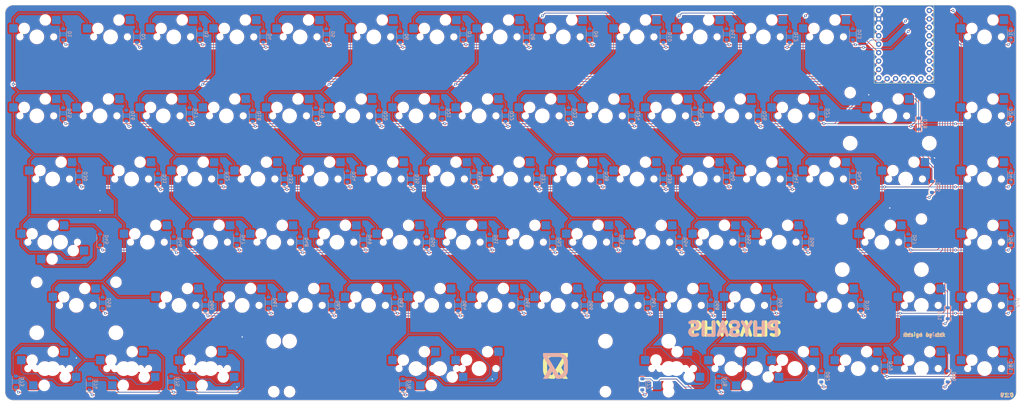
<source format=kicad_pcb>
(kicad_pcb (version 20221018) (generator pcbnew)
  (layers (0 "F.Cu" signal) (31 "B.Cu" signal) (34 "B.Paste" user) (35 "F.Paste" user) (36 "B.SilkS" user "B.Silkscreen") (37 "F.SilkS" user "F.Silkscreen") (38 "B.Mask" user) (39 "F.Mask" user) (44 "Edge.Cuts" user))
  (net 0 "")
  (net 3 "GND")
  (net 4 "COL 8")
  (net 5 "COL 1")
  (net 6 "COL 2")
  (net 7 "COL 3")
  (net 8 "COL 4")
  (net 9 "COL 5")
  (net 10 "COL 6")
  (net 11 "COL 7")
  (net 12 "ROW 1")
  (net 13 "Net-(D1-A)")
  (net 14 "Net-(D3-A)")
  (net 15 "Net-(D5-A)")
  (net 16 "Net-(D7-A)")
  (net 17 "Net-(D9-A)")
  (net 18 "Net-(D11-A)")
  (net 19 "Net-(D13-A)")
  (net 20 "Net-(D14-A)")
  (net 21 "ROW 2")
  (net 22 "Net-(D2-A)")
  (net 23 "Net-(D4-A)")
  (net 24 "Net-(D6-A)")
  (net 25 "Net-(D8-A)")
  (net 26 "Net-(D10-A)")
  (net 27 "Net-(D12-A)")
  (net 28 "ROW 3")
  (net 29 "Net-(D15-A)")
  (net 30 "Net-(D17-A)")
  (net 31 "Net-(D19-A)")
  (net 32 "Net-(D21-A)")
  (net 33 "Net-(D23-A)")
  (net 34 "Net-(D25-A)")
  (net 35 "Net-(D27-A)")
  (net 36 "Net-(D29-A)")
  (net 37 "ROW 4")
  (net 38 "Net-(D16-A)")
  (net 39 "Net-(D18-A)")
  (net 40 "Net-(D20-A)")
  (net 41 "Net-(D22-A)")
  (net 42 "Net-(D24-A)")
  (net 43 "Net-(D26-A)")
  (net 44 "Net-(D28-A)")
  (net 45 "ROW 5")
  (net 46 "Net-(D30-A)")
  (net 47 "Net-(D32-A)")
  (net 48 "Net-(D34-A)")
  (net 49 "Net-(D36-A)")
  (net 50 "Net-(D38-A)")
  (net 51 "Net-(D40-A)")
  (net 52 "Net-(D42-A)")
  (net 53 "Net-(D44-A)")
  (net 54 "ROW 6")
  (net 55 "Net-(D31-A)")
  (net 56 "Net-(D33-A)")
  (net 57 "Net-(D35-A)")
  (net 58 "Net-(D37-A)")
  (net 59 "Net-(D39-A)")
  (net 60 "Net-(D41-A)")
  (net 61 "Net-(D43-A)")
  (net 62 "Net-(D45-A)")
  (net 63 "Net-(D47-A)")
  (net 64 "Net-(D49-A)")
  (net 65 "Net-(D51-A)")
  (net 66 "Net-(D53-A)")
  (net 67 "Net-(D55-A)")
  (net 68 "Net-(D57-A)")
  (net 69 "Net-(D58-A)")
  (net 70 "ROW 7")
  (net 71 "ROW 8")
  (net 72 "Net-(D46-A)")
  (net 73 "Net-(D48-A)")
  (net 74 "Net-(D50-A)")
  (net 75 "Net-(D52-A)")
  (net 76 "Net-(D54-A)")
  (net 77 "Net-(D56-A)")
  (net 78 "ROW 9")
  (net 79 "Net-(D59-A)")
  (net 80 "Net-(D61-A)")
  (net 81 "Net-(D63-A)")
  (net 82 "Net-(D65-A)")
  (net 83 "Net-(D67-A)")
  (net 84 "Net-(D69-A)")
  (net 85 "Net-(D72-A)")
  (net 86 "ROW 10")
  (net 87 "Net-(D60-A)")
  (net 88 "Net-(D62-A)")
  (net 89 "Net-(D64-A)")
  (net 90 "Net-(D66-A)")
  (net 91 "Net-(D68-A)")
  (net 92 "Net-(D70-A)")
  (net 93 "Net-(D71-A)")
  (net 94 "ROW 11")
  (net 95 "Net-(D73-A)")
  (net 96 "Net-(D75-A)")
  (net 97 "Net-(D78-A)")
  (net 98 "Net-(D79-A)")
  (net 99 "Net-(D81-A)")
  (net 100 "ROW 12")
  (net 101 "Net-(D74-A)")
  (net 102 "Net-(D76-A)")
  (net 103 "Net-(D77-A)")
  (net 104 "Net-(D80-A)")
  (net 105 "Net-(D82-A)")
  (footprint "MX_Hotswap:MX-Hotswap-1U" (layer "F.Cu") (at 90.4875 57.15)
    (fp_text reference "SW18")
    (fp_text value "SW_Push")
  )
  (footprint "MX_Hotswap:MX-Hotswap-1U" (layer "F.Cu") (at 128.5875 57.15)
    (fp_text reference "SW20")
    (fp_text value "SW_Push")
  )
  (footprint "MX_Hotswap:MX-Hotswap-1U" (layer "F.Cu") (at 112.7125 33.3375)
    (fp_text reference "SW5")
    (fp_text value "SW_Push")
  )
  (footprint "MX_Hotswap:MX-Hotswap-1U" (layer "F.Cu") (at 147.6375 133.35)
    (fp_text reference "SW90")
    (fp_text value "SW_Push")
  )
  (footprint "MX_Hotswap:MX-Hotswap-1U" (layer "F.Cu") (at 214.3125 76.2)
    (fp_text reference "SW39")
    (fp_text value "SW_Push")
  )
  (footprint "MX_Hotswap:MX-Hotswap-1U" (layer "F.Cu") (at 257.175 95.25)
    (fp_text reference "SW56")
    (fp_text value "SW_Push")
  )
  (footprint "MX_Hotswap:MX-Hotswap-1U" (layer "F.Cu") (at 192.0875 33.3375)
    (fp_text reference "SW9")
    (fp_text value "SW_Push")
  )
  (footprint "MX_Hotswap:MX-Hotswap-1.25U" (layer "F.Cu") (at 35.71875 133.35)
    (fp_text reference "SW73")
    (fp_text value "SW_Push")
  )
  (footprint "MX_Hotswap:MX-Hotswap-1U" (layer "F.Cu") (at 180.975 95.25)
    (fp_text reference "SW52")
    (fp_text value "SW_Push")
  )
  (footprint "MX_Hotswap:MX-Hotswap-1U" (layer "F.Cu") (at 271.4625 76.2)
    (fp_text reference "SW42")
    (fp_text value "SW_Push")
  )
  (footprint "MX_Hotswap:MX-Hotswap-1U" (layer "F.Cu") (at 261.9375 133.35)
    (fp_text reference "SW82")
    (fp_text value "SW_Push")
  )
  (footprint "MX_Hotswap:MX-Hotswap-1U" (layer "F.Cu") (at 104.775 95.25)
    (fp_text reference "SW48")
    (fp_text value "SW_Push")
  )
  (footprint "MX_Hotswap:MX-Hotswap-1U" (layer "F.Cu") (at 319.0875 133.35)
    (fp_text reference "SW81")
    (fp_text value "SW_Push")
  )
  (footprint "MX_Hotswap:MX-Hotswap-1U" (layer "F.Cu") (at 176.2125 76.2)
    (fp_text reference "SW37")
    (fp_text value "SW_Push")
  )
  (footprint "MX_Hotswap:MX-Hotswap-1U" (layer "F.Cu") (at 134.9375 33.3375)
    (fp_text reference "SW6")
    (fp_text value "SW_Push")
  )
  (footprint "MX_Hotswap:MX-Hotswap-1U" (layer "F.Cu") (at 74.6125 33.3375)
    (fp_text reference "SW3")
    (fp_text value "SW_Push")
  )
  (footprint "MX_Hotswap:MX-Hotswap-1.25U" (layer "F.Cu") (at 250.03125 133.35 180)
    (fp_text reference "SW85")
    (fp_text value "SW_Push")
  )
  (footprint "MX_Hotswap:MX-Hotswap-1.75U" (layer "F.Cu") (at 40.48125 95.25 180)
    (fp_text reference "SW45")
    (fp_text value "SW_Push")
  )
  (footprint "MX_Hotswap:MX-Hotswap-1U" (layer "F.Cu") (at 61.9125 133.35 180)
    (fp_text reference "SW87")
    (fp_text value "SW_Push")
  )
  (footprint "MX_Hotswap:MX-Hotswap-1U" (layer "F.Cu") (at 300.0375 133.35)
    (fp_text reference "SW80")
    (fp_text value "SW_Push")
  )
  (footprint "MX_Hotswap:MX-Hotswap-2U" (layer "F.Cu") (at 290.5125 57.15)
    (fp_text reference "SW28")
    (fp_text value "SW_Push")
  )
  (footprint "MX_Hotswap:MX-Hotswap-1U" (layer "F.Cu") (at 247.65 114.3)
    (fp_text reference "SW69")
    (fp_text value "SW_Push")
  )
  (footprint "MX_Hotswap:MX-Hotswap-1U" (layer "F.Cu") (at 300.0375 114.3)
    (fp_text reference "SW71")
    (fp_text value "SW_Push")
  )
  (footprint "MX_Hotswap:MX-Hotswap-1.5U" (layer "F.Cu") (at 38.1 133.35 180)
    (fp_text reference "SW86")
    (fp_text value "SW_Push")
  )
  (footprint "MX_Hotswap:MX-Hotswap-1U" (layer "F.Cu") (at 319.0875 95.25)
    (fp_text reference "SW58")
    (fp_text value "SW_Push")
  )
  (footprint "MX_Hotswap:MX-Hotswap-1.25U" (layer "F.Cu") (at 59.53125 133.35)
    (fp_text reference "SW74")
    (fp_text value "SW_Push")
  )
  (footprint "MX_Hotswap:MX-Hotswap-1U" (layer "F.Cu") (at 271.4625 33.3375)
    (fp_text reference "SW13")
    (fp_text value "SW_Push")
  )
  (footprint "MX_Hotswap:MX-Hotswap-1U" (layer "F.Cu") (at 223.8375 57.15)
    (fp_text reference "SW25")
    (fp_text value "SW_Push")
  )
  (footprint "RP2040_Zero:RP2040-Zero" (layer "F.Cu") (at 285.79875 47.31)
    (fp_text reference "RZ1" hide)
    (fp_text value "RP2040-Zero")
  )
  (footprint "MX_Hotswap:MX-Hotswap-1U" (layer "F.Cu") (at 242.8875 133.35)
    (fp_text reference "SW78")
    (fp_text value "SW_Push")
  )
  (footprint "MX_Hotswap:MX-Hotswap-1U" (layer "F.Cu") (at 219.075 95.25)
    (fp_text reference "SW54")
    (fp_text value "SW_Push")
  )
  (footprint "MX_Hotswap:MX-Hotswap-1U" (layer "F.Cu") (at 71.4375 57.15)
    (fp_text reference "SW17")
    (fp_text value "SW_Push")
  )
  (footprint "MX_Hotswap:MX-Hotswap-1U" (layer "F.Cu") (at 228.6 114.3)
    (fp_text reference "SW68")
    (fp_text value "SW_Push")
  )
  (footprint "MX_Hotswap:MX-Hotswap-2.25U" (layer "F.Cu") (at 288.13125 95.25)
    (fp_text reference "SW57")
    (fp_text value "SW_Push")
  )
  (footprint "MX_Hotswap:MX-Hotswap-1U" (layer "F.Cu") (at 114.3 114.3)
    (fp_text reference "SW62")
    (fp_text value "SW_Push")
  )
  (footprint "MX_Hotswap:MX-Hotswap-1U" (layer "F.Cu") (at 204.7875 57.15)
    (fp_text reference "SW24")
    (fp_text value "SW_Push")
  )
  (footprint "MX_Hotswap:MX-Hotswap-1U" (layer "F.Cu") (at 95.25 114.3)
    (fp_text reference "SW61")
    (fp_text value "SW_Push")
  )
  (footprint "MX_Hotswap:MX-Hotswap-1U" (layer "F.Cu") (at 252.4125 76.2)
    (fp_text reference "SW41")
    (fp_text value "SW_Push")
  )
  (footprint "MX_Hotswap:MX-Hotswap-1U" (layer "F.Cu") (at 93.6625 33.3375)
    (fp_text reference "SW4")
    (fp_text value "SW_Push")
  )
  (footprint "MX_Hotswap:MX-Hotswap-1U" (layer "F.Cu") (at 80.9625 76.2)
    (fp_text reference "SW32")
    (fp_text value "SW_Push")
  )
  (footprint "MX_Hotswap:MX-Hotswap-1U" (layer "F.Cu") (at 55.5625 33.3375)
    (fp_text reference "SW2")
    (fp_text value "SW_Push")
  )
  (footprint "MX_Hotswap:MX-Hotswap-1U" (layer "F.Cu") (at 233.3625 33.3375)
    (fp_text reference "SW11")
    (fp_text value "SW_Push")
  )
  (footprint "MX_Hotswap:MX-Hotswap-1U" (layer "F.Cu") (at 76.2 114.3)
    (fp_text reference "SW60")
    (fp_text value "SW_Push")
  )
  (footprint "MX_Hotswap:MX-Hotswap-1U" (layer "F.Cu") (at 133.35 114.3)
    (fp_text reference "SW63")
    (fp_text value "SW_Push")
  )
  (footprint "MX_Hotswap:MX-Hotswap-1U" (layer "F.Cu") (at 123.825 95.25)
    (fp_text reference "SW49")
    (fp_text value "SW_Push")
  )
  (footprint "MX_Hotswap:MX-Hotswap-1U" (layer "F.Cu") (at 109.5375 57.15)
    (fp_text reference "SW19")
    (fp_text value "SW_Push")
  )
  (footprint "MX_Hotswap:MX-Hotswap-1U" (layer "F.Cu") (at 233.3625 76.2)
    (fp_text reference "SW40")
    (fp_text value "SW_Push")
  )
  (footprint "MX_Hotswap:MX-Hotswap-1U" (layer "F.Cu") (at 252.4125 33.3375)
    (fp_text reference "SW12")
    (fp_text value "SW_Push")
  )
  (footprint "MX_Hotswap:MX-Hotswap-1U" (layer "F.Cu") (at 190.5 114.3)
    (fp_text reference "SW66")
    (fp_text value "SW_Push")
  )
  (footprint "MX_Hotswap:MX-Hotswap-1U" (layer "F.Cu") (at 261.9375 57.15)
    (fp_text reference "SW27")
    (fp_text value "SW_Push")
  )
  (footprint "MX_Hotswap:MX-Hotswap-1U" (layer "F.Cu") (at 209.55 114.3)
    (fp_text reference "SW67")
    (fp_text value "SW_Push")
  )
  (footprint "MX_Hotswap:MX-Hotswap-1U" (layer "F.Cu") (at 185.7375 57.15)
    (fp_text reference "SW23")
    (fp_text value "SW_Push")
  )
  (footprint "LOGO" (layer "F.Cu") (at 189.70625 132.55625)
    (fp_text reference "G***" hide)
    (fp_text value "LOGO" hide)
  )
  (footprint "MX_Hotswap:MX-Hotswap-7U-ReversedStabilizers" (layer "F.Cu") (at 166.6875 133.35)
    (fp_text reference "SW89")
    (fp_text value "SW_Push")
  )
  (footprint "MX_Hotswap:MX-Hotswap-1U" (layer "F.Cu") (at 33.3375 57.15)
    (fp_text reference "SW15")
    (fp_text value "SW_Push")
  )
  (footprint "MX_Hotswap:MX-Hotswap-1U" (layer "F.Cu") (at 52.3875 57.15)
    (fp_text reference "SW16")
    (fp_text value "SW_Push")
  )
  (footprint "MX_Hotswap:MX-Hotswap-1.5U" (layer "F.Cu") (at 38.1 76.2)
    (fp_text reference "SW30")
    (fp_text value "SW_Push")
  )
  (footprint "MX_Hotswap:MX-Hotswap-1U" (layer "F.Cu") (at 171.45 114.3)
    (fp_text reference "SW65")
    (fp_text value "SW_Push")
  )
  (footprint "MX_Hotswap:MX-Hotswap-1.75U" (layer "F.Cu") (at 273.84375 114.3)
    (fp_text reference "SW70")
    (fp_text value "SW_Push")
  )
  (footprint "MX_Hotswap:MX-Hotswap-1U" (layer "F.Cu") (at 319.0875 57.15)
    (fp_text reference "SW29")
    (fp_text value "SW_Push")
  )
  (footprint "MX_Hotswap:MX-Hotswap-1.5U" (layer "F.Cu") (at 85.725 133.35 180)
    (fp_text reference "SW88")
    (fp_text value "SW_Push")
  )
  (footprint "MX_Hotswap:MX-Hotswap-1U" (layer "F.Cu") (at 319.0875 76.2)
    (fp_text reference "SW44")
    (fp_text value "SW_Push")
  )
  (footprint "MX_Hotswap:MX-Hotswap-1U" (layer "F.Cu") (at 319.0875 33.3375)
    (fp_text reference "SW14")
    (fp_text value "SW_Push")
  )
  (footprint "MX_Hotswap:MX-Hotswap-1.25U" (layer "F.Cu") (at 83.34375 133.35)
    (fp_text reference "SW75")
    (fp_text value "SW_Push")
  )
  (footprint "MX_Hotswap:MX-Hotswap-1U" (layer "F.Cu") (at 61.9125 76.2)
    (fp_text reference "SW31")
    (fp_text value "SW_Push")
  )
  (footprint "MX_Hotswap:MX-Hotswap-1U" (layer "F.Cu") (at 153.9875 33.3375)
    (fp_text reference "SW7")
    (fp_text value "SW_Push")
  )
  (footprint "MX_Hotswap:MX-Hotswap-1U" (layer "F.Cu") (at 33.3375 33.3375)
    (fp_text reference "SW1")
    (fp_text value "SW_Push")
  )
  (footprint "MX_Hotswap:MX-Hotswap-6.25U" (layer "F.Cu") (at 154.78125 133.35 180)
    (fp_text reference "SW76")
    (fp_text value "SW_Push")
  )
  (footprint "MX_Hotswap:MX-Hotswap-1U" (layer "F.Cu") (at 142.875 95.25)
    (fp_text reference "SW50")
    (fp_text value "SW_Push")
  )
  (footprint "MX_Hotswap:MX-Hotswap-1U" (layer "F.Cu") (at 161.925 95.25)
    (fp_text reference "SW51")
    (fp_text value "SW_Push")
  )
  (footprint "MX_Hotswap:MX-Hotswap-1U" (layer "F.Cu") (at 223.8375 133.35)
    (fp_text reference "SW77")
    (fp_text value "SW_Push")
  )
  (footprint "MX_Hotswap:MX-Hotswap-1U" (layer "F.Cu") (at 157.1625 76.2)
    (fp_text reference "SW36")
    (fp_text value "SW_Push")
  )
  (footprint "MX_Hotswap:MX-Hotswap-1U" (layer "F.Cu") (at 147.6375 57.15)
    (fp_text reference "SW21")
    (fp_text value "SW_Push")
  )
  (footprint "MX_Hotswap:MX-Hotswap-1U" (layer "F.Cu") (at 319.0875 114.3)
    (fp_text reference "SW72")
    (fp_text value "SW_Push")
  )
  (footprint "MX_Hotswap:MX-Hotswap-1U" (layer "F.Cu") (at 242.8875 57.15)
    (fp_text reference "SW26")
    (fp_text value "SW_Push")
  )
  (footprint "MX_Hotswap:MX-Hotswap-2.25U" (layer "F.Cu") (at 45.24375 114.3)
    (fp_text reference "SW59")
    (fp_text value "SW_Push")
  )
  (footprint "MX_Hotswap:MX-Hotswap-1U" (layer "F.Cu") (at 100.0125 76.2)
    (fp_text reference "SW33")
    (fp_text value "SW_Push")
  )
  (footprint "MX_Hotswap:MX-Hotswap-1U" (layer "F.Cu") (at 66.675 95.25)
    (fp_text reference "SW46")
    (fp_text value "SW_Push")
  )
  (footprint "Mabastlib_MX:STAB_MX_6u" (layer "F.Cu") (at 157.1625 133.35 180)
    (fp_text reference "S1" hide)
    (fp_text value "MX_stab")
  )
  (footprint "MX_Hotswap:MX-Hotswap-1U" (layer "F.Cu") (at 280.9875 133.35)
    (fp_text reference "SW79")
    (fp_text value "SW_Push")
  )
  (footprint "MX_Hotswap:MX-Hotswap-1U" (layer "F.Cu") (at 214.3125 33.3375)
    (fp_text reference "SW10")
    (fp_text value "SW_Push")
  )
  (footprint "MX_Hotswap:MX-Hotswap-1U" (layer "F.Cu") (at 119.0625 76.2)
    (fp_text reference "SW34")
    (fp_text value "SW_Push")
  )
  (footprint "MX_Hotswap:MX-Hotswap-1U" (layer "F.Cu") (at 152.4 114.3)
    (fp_text reference "SW64")
    (fp_text value "SW_Push")
  )
  (footprint "MX_Hotswap:MX-Hotswap-1.5U" (layer "F.Cu") (at 295.275 76.2)
    (fp_text reference "SW43")
    (fp_text value "SW_Push")
  )
  (footprint "MX_Hotswap:MX-Hotswap-1U" (layer "F.Cu") (at 173.0375 33.3375)
    (fp_text reference "SW8")
    (fp_text value "SW_Push")
  )
  (footprint "MX_Hotswap:MX-Hotswap-1.25U" (layer "F.Cu") (at 35.71875 95.25)
    (fp_text reference "SW83")
    (fp_text value "SW_Push")
  )
  (footprint "MX_Hotswap:MX-Hotswap-1U" (layer "F.Cu") (at 238.125 95.25)
    (fp_text reference "SW55")
    (fp_text value "SW_Push")
  )
  (footprint "MX_Hotswap:MX-Hotswap-1.25U" (layer "F.Cu") (at 226.21875 133.35 180)
    (fp_text reference "SW84")
    (fp_text value "SW_Push")
  )
  (footprint "MX_Hotswap:MX-Hotswap-1U" (layer "F.Cu") (at 85.725 95.25)
    (fp_text reference "SW47")
    (fp_text value "SW_Push")
  )
  (footprint "MX_Hotswap:MX-Hotswap-1U" (layer "F.Cu") (at 166.6875 57.15)
    (fp_text reference "SW22")
    (fp_text value "SW_Push")
  )
  (footprint "MX_Hotswap:MX-Hotswap-1U" (layer "F.Cu") (at 195.2625 76.2)
    (fp_text reference "SW38")
    (fp_text value "SW_Push")
  )
  (footprint "MX_Hotswap:MX-Hotswap-1U" (layer "F.Cu") (at 138.1125 76.2)
    (fp_text reference "SW35")
    (fp_text value "SW_Push")
  )
  (footprint "MX_Hotswap:MX-Hotswap-1U" (layer "F.Cu") (at 200.025 95.25)
    (fp_text reference "SW53")
    (fp_text value "SW_Push")
  )
  (footprint "Diode_SMD:D_SOD-123" (layer "B.Cu") (at 46.0375 75.40625 90)
    (fp_text reference "D30")
    (fp_text value "1N4148W")
  )
  (footprint "Diode_SMD:D_SOD-123" (layer "B.Cu") (at 217.4875 113.50625 90)
    (fp_text reference "D67")
    (fp_text value "1N4148W")
  )
  (footprint "Diode_SMD:D_SOD-123" (layer "B.Cu") (at 160.3375 114.3 90)
    (fp_text reference "D64")
    (fp_text value "1N4148W")
  )
  (footprint "Diode_SMD:D_SOD-123" (layer "B.Cu") (at 179.3875 113.50625 90)
    (fp_text reference "D65")
    (fp_text value "1N4148W")
  )
  (footprint "Diode_SMD:D_SOD-123" (layer "B.Cu") (at 327.025 94.45625 90)
    (fp_text reference "D58")
    (fp_text value "1N4148W")
  )
  (footprint "Diode_SMD:D_SOD-123" (layer "B.Cu") (at 69.85 76.2 90)
    (fp_text reference "D31")
    (fp_text value "1N4148W")
  )
  (footprint "Diode_SMD:D_SOD-123" (layer "B.Cu") (at 103.1875 113.50625 90)
    (fp_text reference "D61")
    (fp_text value "1N4148W")
  )
  (footprint "Diode_SMD:D_SOD-123" (layer "B.Cu") (at 155.575 56.35625 90)
    (fp_text reference "D21")
    (fp_text value "1N4148W")
  )
  (footprint "Diode_SMD:D_SOD-123" (layer "B.Cu") (at 122.2375 114.3 90)
    (fp_text reference "D62")
    (fp_text value "1N4148W")
  )
  (footprint "Diode_SMD:D_SOD-123" (layer "B.Cu") (at 327.025 113.50625 90)
    (fp_text reference "D72")
    (fp_text value "1N4148W")
  )
  (footprint "Diode_SMD:D_SOD-123" (layer "B.Cu") (at 180.975 33.3375 90)
    (fp_text reference "D8")
    (fp_text value "1N4148W")
  )
  (footprint "Diode_SMD:D_SOD-123" (layer "B.Cu") (at 193.675 56.35625 90)
    (fp_text reference "D23")
    (fp_text value "1N4148W")
  )
  (footprint "Diode_SMD:D_SOD-123" (layer "B.Cu") (at 74.6125 95.25 90)
    (fp_text reference "D46")
    (fp_text value "1N4148W")
  )
  (footprint "Diode_SMD:D_SOD-123" (layer "B.Cu") (at 281.78125 114.3 90)
    (fp_text reference "D70")
    (fp_text value "1N4148W")
  )
  (footprint "Diode_SMD:D_SOD-123" (layer "B.Cu") (at 188.9125 95.25 90)
    (fp_text reference "D52")
    (fp_text value "1N4148W")
  )
  (footprint "Diode_SMD:D_SOD-123" (layer "B.Cu") (at 241.3 75.40625 90)
    (fp_text reference "D40")
    (fp_text value "1N4148W")
  )
  (footprint "Diode_SMD:D_SOD-123" (layer "B.Cu") (at 120.65 32.54375 90)
    (fp_text reference "D5")
    (fp_text value "1N4148W")
  )
  (footprint "Diode_SMD:D_SOD-123" (layer "B.Cu") (at 169.8625 94.45625 90)
    (fp_text reference "D51")
    (fp_text value "1N4148W")
  )
  (footprint "Diode_SMD:D_SOD-123" (layer "B.Cu") (at 327.025 32.54375 90)
    (fp_text reference "D14")
    (fp_text value "1N4148W")
  )
  (footprint "Diode_SMD:D_SOD-123" (layer "B.Cu") (at 207.9625 94.45625 90)
    (fp_text reference "D53")
    (fp_text value "1N4148W")
  )
  (footprint "Diode_SMD:D_SOD-123" (layer "B.Cu") (at 79.375 56.35625 90)
    (fp_text reference "D17")
    (fp_text value "1N4148W")
  )
  (footprint "Diode_SMD:D_SOD-123" (layer "B.Cu") (at 296.06875 94.45625 90)
    (fp_text reference "D57")
    (fp_text value "1N4148W")
  )
  (footprint "Diode_SMD:D_SOD-123" (layer "B.Cu") (at 238.91875 137.31875 90)
    (fp_text reference "D78")
    (fp_text value "1N4148W")
  )
  (footprint "Diode_SMD:D_SOD-123" (layer "B.Cu") (at 141.2875 113.50625 90)
    (fp_text reference "D63")
    (fp_text value "1N4148W")
  )
  (footprint "Diode_SMD:D_SOD-123" (layer "B.Cu") (at 200.025 32.54375 90)
    (fp_text reference "D9")
    (fp_text value "1N4148W")
  )
  (footprint "Diode_SMD:D_SOD-123" (layer "B.Cu") (at 222.25 33.3375 90)
    (fp_text reference "D10")
    (fp_text value "1N4148W")
  )
  (footprint "Diode_SMD:D_SOD-123" (layer "B.Cu") (at 150.8125 95.25 90)
    (fp_text reference "D50")
    (fp_text value "1N4148W")
  )
  (footprint "Diode_SMD:D_SOD-123" (layer "B.Cu") (at 241.3 32.54375 90)
    (fp_text reference "D11")
    (fp_text value "1N4148W")
  )
  (footprint "Diode_SMD:D_SOD-123" (layer "B.Cu") (at 303.2125 78.58125 90)
    (fp_text reference "D43")
    (fp_text value "1N4148W")
  )
  (footprint "Diode_SMD:D_SOD-123" (layer "B.Cu") (at 198.4375 114.3 90)
    (fp_text reference "D66")
    (fp_text value "1N4148W")
  )
  (footprint "Diode_SMD:D_SOD-123" (layer "B.Cu") (at 307.975 135.73125 90)
    (fp_text reference "D80")
    (fp_text value "1N4148W")
  )
  (footprint "Diode_SMD:D_SOD-123" (layer "B.Cu") (at 227.0125 95.25 90)
    (fp_text reference "D54")
    (fp_text value "1N4148W")
  )
  (footprint "Diode_SMD:D_SOD-123" (layer "B.Cu") (at 269.875 56.35625 90)
    (fp_text reference "D27")
    (fp_text value "1N4148W")
  )
  (footprint "Diode_SMD:D_SOD-123" (layer "B.Cu") (at 143.66875 138.1125 90)
    (fp_text reference "D76")
    (fp_text value "1N4148W")
  )
  (footprint "Diode_SMD:D_SOD-123" (layer "B.Cu") (at 203.2 75.40625 90)
    (fp_text reference "D38")
    (fp_text value "1N4148W")
  )
  (footprint "Diode_SMD:D_SOD-123" (layer "B.Cu") (at 222.25 76.2 90)
    (fp_text reference "D39")
    (fp_text value "1N4148W")
  )
  (footprint "Diode_SMD:D_SOD-123" (layer "B.Cu") (at 127 75.40625 90)
    (fp_text reference "D34")
    (fp_text value "1N4148W")
  )
  (footprint "Diode_SMD:D_SOD-123" (layer "B.Cu") (at 52.3875 94.45625 90)
    (fp_text reference "D45")
    (fp_text value "1N4148W")
  )
  (footprint "Diode_SMD:D_SOD-123" (layer "B.Cu") (at 288.925 132.55625 90)
    (fp_text reference "D79")
    (fp_text value "1N4148W")
  )
  (footprint "Diode_SMD:D_SOD-123" (layer "B.Cu") (at 73.81875 137.31875 90)
    (fp_text reference "D75")
    (fp_text value "1N4148W")
  )
  (footprint "Diode_SMD:D_SOD-123" (layer "B.Cu") (at 93.6625 94.45625 90)
    (fp_text reference "D47")
    (fp_text value "1N4148W")
  )
  (footprint "Diode_SMD:D_SOD-123" (layer "B.Cu") (at 98.425 57.15 90)
    (fp_text reference "D18")
    (fp_text value "1N4148W")
  )
  (footprint "Diode_SMD:D_SOD-123" (layer "B.Cu") (at 41.275 56.35625 90)
    (fp_text reference "D15")
    (fp_text value "1N4148W")
  )
  (footprint "Diode_SMD:D_SOD-123" (layer "B.Cu") (at 174.625 57.15 90)
    (fp_text reference "D22")
    (fp_text value "1N4148W")
  )
  (footprint "Diode_SMD:D_SOD-123" (layer "B.Cu") (at 327.025 132.55625 90)
    (fp_text reference "D81")
    (fp_text value "1N4148W")
  )
  (footprint "Diode_SMD:D_SOD-123" (layer "B.Cu") (at 307.975 116.68125 90)
    (fp_text reference "D71")
    (fp_text value "1N4148W")
  )
  (footprint "Diode_SMD:D_SOD-123" (layer "B.Cu") (at 236.5375 114.3 90)
    (fp_text reference "D68")
    (fp_text value "1N4148W")
  )
  (footprint "Diode_SMD:D_SOD-123" (layer "B.Cu") (at 327.025 56.35625 90)
    (fp_text reference "D29")
    (fp_text value "1N4148W")
  )
  (footprint "LOGO" (layer "B.Cu") (at 189.70625 132.55625 180)
    (fp_text reference "G***" hide)
    (fp_text value "LOGO" hide)
  )
  (footprint "Diode_SMD:D_SOD-123" (layer "B.Cu") (at 279.4 75.40625 90)
    (fp_text reference "D42")
    (fp_text value "1N4148W")
  )
  (footprint "Diode_SMD:D_SOD-123" (layer "B.Cu") (at 184.15 76.2 90)
    (fp_text reference "D37")
    (fp_text value "1N4148W")
  )
  (footprint "Diode_SMD:D_SOD-123" (layer "B.Cu") (at 215.9 138.1125 90)
    (fp_text reference "D77")
    (fp_text value "1N4148W")
  )
  (footprint "Diode_SMD:D_SOD-123" (layer "B.Cu") (at 246.0625 94.45625 90)
    (fp_text reference "D55")
    (fp_text value "1N4148W")
  )
  (footprint "Diode_SMD:D_SOD-123" (layer "B.Cu") (at 53.18125 113.50625 90)
    (fp_text reference "D59")
    (fp_text value "1N4148W")
  )
  (footprint "Diode_SMD:D_SOD-123" (layer "B.Cu") (at 112.7125 95.25 90)
    (fp_text reference "D48")
    (fp_text value "1N4148W")
  )
  (footprint "Diode_SMD:D_SOD-123" (layer "B.Cu") (at 107.95 76.2 90)
    (fp_text reference "D33")
    (fp_text value "1N4148W")
  )
  (footprint "Diode_SMD:D_SOD-123" (layer "B.Cu") (at 142.875 33.3375 90)
    (fp_text reference "D6")
    (fp_text value "1N4148W")
  )
  (footprint "Diode_SMD:D_SOD-123" (layer "B.Cu") (at 84.1375 114.3 90)
    (fp_text reference "D60")
    (fp_text value "1N4148W")
  )
  (footprint "Diode_SMD:D_SOD-123" (layer "B.Cu") (at 165.1 75.40625 90)
    (fp_text reference "D36")
    (fp_text value "1N4148W")
  )
  (footprint "Diode_SMD:D_SOD-123" (layer "B.Cu") (at 136.525 57.15 90)
    (fp_text reference "D20")
    (fp_text value "1N4148W")
  )
  (footprint "Diode_SMD:D_SOD-123" (layer "B.Cu") (at 231.775 56.35625 90)
    (fp_text reference "D25")
    (fp_text value "1N4148W")
  )
  (footprint "Diode_SMD:D_SOD-123" (layer "B.Cu") (at 327.025 75.40625 90)
    (fp_text reference "D44")
    (fp_text value "1N4148W")
  )
  (footprint "Diode_SMD:D_SOD-123" (layer "B.Cu") (at 260.35 76.2 90)
    (fp_text reference "D41")
    (fp_text value "1N4148W")
  )
  (footprint "Diode_SMD:D_SOD-123" (layer "B.Cu") (at 161.925 32.54375 90)
    (fp_text reference "D7")
    (fp_text value "1N4148W")
  )
  (footprint "Diode_SMD:D_SOD-123" (layer "B.Cu") (at 49.2125 138.1125 90)
    (fp_text reference "D74")
    (fp_text value "1N4148W")
  )
  (footprint "Diode_SMD:D_SOD-123" (layer "B.Cu") (at 41.275 32.54375 90)
    (fp_text reference "D1")
    (fp_text value "1N4148W")
  )
  (footprint "Diode_SMD:D_SOD-123" (layer "B.Cu") (at 101.6 33.275 90)
    (fp_text reference "D4")
    (fp_text value "1N4148W")
  )
  (footprint "Diode_SMD:D_SOD-123" (layer "B.Cu") (at 299.24375 59.53125 90)
    (fp_text reference "D28")
    (fp_text value "1N4148W")
  )
  (footprint "Diode_SMD:D_SOD-123" (layer "B.Cu") (at 117.475 56.35625 90)
    (fp_text reference "D19")
    (fp_text value "1N4148W")
  )
  (footprint "Diode_SMD:D_SOD-123" (layer "B.Cu") (at 131.7625 94.45625 90)
    (fp_text reference "D49")
    (fp_text value "1N4148W")
  )
  (footprint "Diode_SMD:D_SOD-123" (layer "B.Cu") (at 255.5875 113.50625 90)
    (fp_text reference "D69")
    (fp_text value "1N4148W")
  )
  (footprint "Diode_SMD:D_SOD-123" (layer "B.Cu") (at 60.325 57.0875 90)
    (fp_text reference "D16")
    (fp_text value "1N4148W")
  )
  (footprint "Diode_SMD:D_SOD-123" (layer "B.Cu") (at 279.4 32.54375 90)
    (fp_text reference "D13")
    (fp_text value "1N4148W")
  )
  (footprint "Diode_SMD:D_SOD-123" (layer "B.Cu") (at 82.55 32.54375 90)
    (fp_text reference "D3")
    (fp_text value "1N4148W")
  )
  (footprint "Diode_SMD:D_SOD-123" (layer "B.Cu") (at 26.9875 137.31875 90)
    (fp_text reference "D73")
    (fp_text value "1N4148W")
  )
  (footprint "Diode_SMD:D_SOD-123" (layer "B.Cu") (at 265.1125 95.25 90)
    (fp_text reference "D56")
    (fp_text value "1N4148W")
  )
  (footprint "Diode_SMD:D_SOD-123" (layer "B.Cu") (at 63.5 33.3375 90)
    (fp_text reference "D2")
    (fp_text value "1N4148W")
  )
  (footprint "Diode_SMD:D_SOD-123" (layer "B.Cu") (at 212.725 57.15 90)
    (fp_text reference "D24")
    (fp_text value "1N4148W")
  )
  (footprint "Diode_SMD:D_SOD-123" (layer "B.Cu") (at 269.875 135.73125 90)
    (fp_text reference "D82")
    (fp_text value "1N4148W")
  )
  (footprint "Diode_SMD:D_SOD-123" (layer "B.Cu") (at 260.35 33.3375 90)
    (fp_text reference "D12")
    (fp_text value "1N4148W")
  )
  (footprint "Diode_SMD:D_SOD-123" (layer "B.Cu") (at 146.05 76.2 90)
    (fp_text reference "D35")
    (fp_text value "1N4148W")
  )
  (footprint "Diode_SMD:D_SOD-123" (layer "B.Cu") (at 250.825 57.15 90)
    (fp_text reference "D26")
    (fp_text value "1N4148W")
  )
  (footprint "Diode_SMD:D_SOD-123" (layer "B.Cu") (at 88.9 75.40625 90)
    (fp_text reference "D32")
    (fp_text value "1N4148W")
  )
  (gr_line (start 326.23125 142.875) (end 273.84375 142.875) (stroke (width 0.1)) (layer "Edge.Cuts"))
  (gr_arc (start 23.8125 26.19375) (mid 24.509952 24.509952) (end 26.19375 23.8125) (stroke (width 0.1)) (layer "Edge.Cuts"))
  (gr_arc (start 26.19375 142.875) (mid 24.509952 142.177548) (end 23.8125 140.49375) (stroke (width 0.1)) (layer "Edge.Cuts"))
  (gr_line (start 328.6125 26.19375) (end 328.6125 140.49375) (stroke (width 0.1)) (layer "Edge.Cuts"))
  (gr_line (start 259.55625 142.875) (end 26.19375 142.875) (stroke (width 0.1)) (layer "Edge.Cuts"))
  (gr_line (start 326.23125 23.8125) (end 26.19375 23.8125) (stroke (width 0.1)) (layer "Edge.Cuts"))
  (gr_line (start 259.55625 142.875) (end 273.84375 142.875) (stroke (width 0.1)) (layer "Edge.Cuts"))
  (gr_line (start 23.8125 140.49375) (end 23.8125 26.19375) (stroke (width 0.1)) (layer "Edge.Cuts"))
  (gr_arc (start 328.6125 140.49375) (mid 327.915048 142.177548) (end 326.23125 142.875) (stroke (width 0.1)) (layer "Edge.Cuts"))
  (gr_arc (start 326.23125 23.8125) (mid 327.915048 24.509952) (end 328.6125 26.19375) (stroke (width 0.1)) (layer "Edge.Cuts"))
  (gr_text "V1.0" (at 327.81875 142.08125) (layer "B.SilkS") (effects (font (size 1.2 1.2) (thickness 0.24) bold) (justify left bottom mirror)))
  (gr_text "PHYSALIS" (at 257.96875 123.825) (layer "B.SilkS") (effects (font (size 4 4) (thickness 1) bold) (justify left bottom mirror)))
  (gr_text "design by dzk" (at 307.18125 123.825) (layer "B.SilkS") (effects (font (size 1.2 1.2) (thickness 0.24) bold) (justify left bottom mirror)))
  (gr_text "design by dzk" (at 294.48125 123.825) (layer "F.SilkS") (effects (font (size 1.2 1.2) (thickness 0.24) bold) (justify left bottom)))
  (gr_text "V1.0" (at 323.85 142.08125) (layer "F.SilkS") (effects (font (size 1.2 1.2) (thickness 0.24) bold) (justify left bottom)))
  (gr_text "PHYSALIS" (at 229.39375 123.825) (layer "F.SilkS") (effects (font (size 4 4) (thickness 1) bold) (justify left bottom)))
  (via (at 170.65625 136.525) (size 0.8) (drill 0.4) (layers "F.Cu" "B.Cu") (net 3))
  (via (at 290.5125 84.93125) (size 0.8) (drill 0.4) (layers "F.Cu" "B.Cu") (net 3))
  (via (at 45.24375 130.175) (size 0.8) (drill 0.4) (layers "F.Cu" "B.Cu") (net 3))
  (via (at 304.00625 69.85) (size 0.8) (drill 0.4) (layers "F.Cu" "B.Cu") (net 3))
  (via (at 284.1625 50.8) (size 0.8) (drill 0.4) (layers "F.Cu" "B.Cu") (net 3))
  (via (at 95.25 123.825) (size 0.8) (drill 0.4) (layers "F.Cu" "B.Cu") (net 3))
  (via (at 52.3875 85.725) (size 0.8) (drill 0.4) (layers "F.Cu" "B.Cu") (net 3))
  (via (at 93.6625 138.90625) (size 0.8) (drill 0.4) (layers "F.Cu" "B.Cu") (net 3))
  (segment (start 309.5625 25.4) (end 302.41875 25.4) (width 0.2) (layer "F.Cu") (net 4))
  (via (at 309.5625 25.4) (size 0.8) (drill 0.4) (layers "F.Cu" "B.Cu") (net 4))
  (segment (start 312.0025 27.84) (end 312.0025 30.7975) (width 0.2) (layer "B.Cu") (net 4))
  (segment (start 312.0025 30.7975) (end 312.0025 130.81) (width 0.2) (layer "B.Cu") (net 4))
  (segment (start 309.5625 25.4) (end 312.0025 27.84) (width 0.2) (layer "B.Cu") (net 4))
  (segment (start 82.55 46.83125) (end 119.0625 46.83125) (width 0.2) (layer "F.Cu") (net 5))
  (segment (start 119.85625 46.0375) (end 156.36875 46.0375) (width 0.2) (layer "F.Cu") (net 5))
  (segment (start 119.0625 46.83125) (end 119.85625 46.0375) (width 0.2) (layer "F.Cu") (net 5))
  (segment (start 26.19375 47.625) (end 81.75625 47.625) (width 0.2) (layer "F.Cu") (net 5))
  (segment (start 81.75625 47.625) (end 82.55 46.83125) (width 0.2) (layer "F.Cu") (net 5))
  (segment (start 282.575 45.24375) (end 287.17875 40.64) (width 0.2) (layer "F.Cu") (net 5))
  (segment (start 156.36875 46.0375) (end 157.1625 45.24375) (width 0.2) (layer "F.Cu") (net 5))
  (segment (start 157.1625 45.24375) (end 282.575 45.24375) (width 0.2) (layer "F.Cu") (net 5))
  (via (at 26.19375 47.625) (size 0.8) (drill 0.4) (layers "F.Cu" "B.Cu") (net 5))
  (segment (start 31.015 70.585) (end 32.54375 69.05625) (width 0.2) (layer "B.Cu") (net 5))
  (segment (start 26.2525 47.68375) (end 26.2525 48.4775) (width 0.2) (layer "B.Cu") (net 5))
  (segment (start 26.2525 47.56625) (end 26.19375 47.625) (width 0.2) (layer "B.Cu") (net 5))
  (segment (start 46.0375 100.0125) (end 47.56625 98.48375) (width 0.2) (layer "B.Cu") (net 5))
  (segment (start 28.63375 89.635) (end 31.015 87.25375) (width 0.2) (layer "B.Cu") (net 5))
  (segment (start 57.15 134.9375) (end 58.7375 136.525) (width 0.2) (layer "B.Cu") (net 5))
  (segment (start 26.19375 47.625) (end 26.2525 47.68375) (width 0.2) (layer "B.Cu") (net 5))
  (segment (start 38.15875 111.76) (end 38.15875 108.685) (width 0.2) (layer "B.Cu") (net 5))
  (segment (start 45.3025 52.44625) (end 45.3025 54.61) (width 0.2) (layer "B.Cu") (net 5))
  (segment (start 26.2525 30.7975) (end 26.2525 47.56625) (width 0.2) (layer "B.Cu") (net 5))
  (segment (start 45.185 135.89) (end 45.185 133.40875) (width 0.2) (layer "B.Cu") (net 5))
  (segment (start 39.6875 138.1125) (end 43.65625 138.1125) (width 0.2) (layer "B.Cu") (net 5))
  (segment (start 40.48125 98.425) (end 42.06875 100.0125) (width 0.2) (layer "B.Cu") (net 5))
  (segment (start 54.8275 71.49625) (end 54.8275 73.66) (width 0.2) (layer "B.Cu") (net 5))
  (segment (start 57.785 111.76) (end 69.115 111.76) (width 0.2) (layer "B.Cu") (net 5))
  (segment (start 26.2525 30.7975) (end 26.2525 27.7225) (width 0.2) (layer "B.Cu") (net 5))
  (segment (start 57.15 82.55) (end 57.15 87.3125) (width 0.2) (layer "B.Cu") (net 5))
  (segment (start 33.3375 134.9375) (end 34.925 136.525) (width 0.2) (layer "B.Cu") (net 5))
  (segment (start 63.5 138.1125) (end 67.46875 138.1125) (width 0.2) (layer "B.Cu") (net 5))
  (segment (start 38.15875 121.185) (end 47.78375 130.81) (width 0.2) (layer "B.Cu") (net 5))
  (segment (start 28.63375 96.1025) (end 30.95625 98.425) (width 0.2) (layer "B.Cu") (net 5))
  (segment (start 47.78375 130.81) (end 52.44625 130.81) (width 0.2) (layer "B.Cu") (net 5))
  (segment (start 38.1 136.525) (end 39.6875 138.1125) (width 0.2) (layer "B.Cu") (net 5))
  (segment (start 42.8625 50.00625) (end 45.3025 52.44625) (width 0.2) (layer "B.Cu") (net 5))
  (segment (start 27.78125 26.19375) (end 46.0375 26.19375) (width 0.2) (layer "B.Cu") (net 5))
  (segment (start 26.2525 54.61) (end 26.2525 62.765) (width 0.2) (layer "B.Cu") (net 5))
  (segment (start 61.9125 136.525) (end 63.5 138.1125) (width 0.2) (layer "B.Cu") (net 5))
  (segment (start 53.975 134.9375) (end 57.15 134.9375) (width 0.2) (layer "B.Cu") (net 5))
  (segment (start 59.59 100.7475) (end 53.18125 107.15625) (width 0.2) (layer "B.Cu") (net 5))
  (segment (start 68.9975 136.58375) (end 68.9975 135.89) (width 0.2) (layer "B.Cu") (net 5))
  (segment (start 54.8275 80.2275) (end 57.15 82.55) (width 0.2) (layer "B.Cu") (net 5))
  (segment (start 59.59 89.7525) (end 59.59 92.71) (width 0.2) (layer "B.Cu") (net 5))
  (segment (start 31.07375 87.3125) (end 57.15 87.3125) (width 0.2) (layer "B.Cu") (net 5))
  (segment (start 47.56625 98.48375) (end 47.56625 97.79) (width 0.2) (layer "B.Cu") (net 5))
  (segment (start 53.18125 107.15625) (end 57.785 111.76) (width 0.2) (layer "B.Cu") (net 5))
  (segment (start 29.36875 134.9375) (end 33.3375 134.9375) (width 0.2) (layer "B.Cu") (net 5))
  (segment (start 59.59 92.71) (end 59.59 100.7475) (width 0.2) (layer "B.Cu") (net 5))
  (segment (start 31.015 73.66) (end 31.015 70.585) (width 0.2) (layer "B.Cu") (net 5))
  (segment (start 31.015 87.25375) (end 31.07375 87.3125) (width 0.2) (layer "B.Cu") (net 5))
  (segment (start 26.2525 48.4775) (end 27.78125 50.00625) (width 0.2) (layer "B.Cu") (net 5))
  (segment (start 58.7375 136.525) (end 61.9125 136.525) (width 0.2) (layer "B.Cu") (net 5))
  (segment (start 39.6875 107.15625) (end 53.18125 107.15625) (width 0.2) (layer "B.Cu") (net 5))
  (segment (start 67.46875 138.1125) (end 68.9975 136.58375) (width 0.2) (layer "B.Cu") (net 5))
  (segment (start 30.95625 98.425) (end 40.48125 98.425) (width 0.2) (layer "B.Cu") (net 5))
  (segment (start 26.2525 62.765) (end 32.54375 69.05625) (width 0.2) (layer "B.Cu") (net 5))
  (segment (start 26.2525 27.7225) (end 27.78125 26.19375) (width 0.2) (layer "B.Cu") (net 5))
  (segment (start 28.63375 92.71) (end 28.63375 89.635) (width 0.2) (layer "B.Cu") (net 5))
  (segment (start 32.54375 69.05625) (end 52.3875 69.05625) (width 0.2) (layer "B.Cu") (net 5))
  (segment (start 43.65625 138.1125) (end 45.185 136.58375) (width 0.2) (layer "B.Cu") (net 5))
  (segment (start 26.2525 51.535) (end 27.78125 50.00625) (width 0.2) (layer "B.Cu") (net 5))
  (segment (start 45.185 133.40875) (end 47.78375 130.81) (width 0.2) (layer "B.Cu") (net 5))
  (segment (start 27.78125 50.00625) (end 42.8625 50.00625) (width 0.2) (layer "B.Cu") (net 5))
  (segment (start 31.015 87.25375) (end 31.015 73.66) (width 0.2) (layer "B.Cu") (net 5))
  (segment (start 52.3875 69.05625) (end 54.8275 71.49625) (width 0.2) (layer "B.Cu") (net 5))
  (segment (start 54.8275 73.66) (end 54.8275 80.2275) (width 0.2) (layer "B.Cu") (net 5))
  (segment (start 38.15875 111.76) (end 38.15875 121.185) (width 0.2) (layer "B.Cu") (net 5))
  (segment (start 26.2525 54.61) (end 26.2525 51.535) (width 0.2) (layer "B.Cu") (net 5))
  (segment (start 42.06875 100.0125) (end 46.0375 100.0125) (width 0.2) (layer "B.Cu") (net 5))
  (segment (start 57.15 87.3125) (end 59.59 89.7525) (width 0.2) (layer "B.Cu") (net 5))
  (segment (start 28.63375 130.81) (end 28.63375 134.2025) (width 0.2) (layer "B.Cu") (net 5))
  (segment (start 28.63375 134.2025) (end 29.36875 134.9375) (width 0.2) (layer "B.Cu") (net 5))
  (segment (start 46.0375 26.19375) (end 48.4775 28.63375) (width 0.2) (layer "B.Cu") (net 5))
  (segment (start 38.15875 108.685) (end 39.6875 107.15625) (width 0.2) (layer "B.Cu") (net 5))
  (segment (start 48.4775 28.63375) (end 48.4775 30.7975) (width 0.2) (layer "B.Cu") (net 5))
  (segment (start 45.185 136.58375) (end 45.185 135.89) (width 0.2) (layer "B.Cu") (net 5))
  (segment (start 52.44625 130.81) (end 52.44625 133.40875) (width 0.2) (layer "B.Cu") (net 5))
  (segment (start 34.925 136.525) (end 38.1 136.525) (width 0.2) (layer "B.Cu") (net 5))
  (segment (start 28.63375 92.71) (end 28.63375 96.1025) (width 0.2) (layer "B.Cu") (net 5))
  (segment (start 52.44625 133.40875) (end 53.975 134.9375) (width 0.2) (layer "B.Cu") (net 5))
  (segment (start 119.85625 47.625) (end 120.65 46.83125) (width 0.2) (layer "F.Cu") (net 6))
  (segment (start 284.32125 46.0375) (end 287.17875 43.18) (width 0.2) (layer "F.Cu") (net 6))
  (segment (start 157.1625 46.83125) (end 157.95625 46.0375) (width 0.2) (layer "F.Cu") (net 6))
  (segment (start 83.34375 47.625) (end 119.85625 47.625) (width 0.2) (layer "F.Cu") (net 6))
  (segment (start 157.95625 46.0375) (end 284.32125 46.0375) (width 0.2) (layer "F.Cu") (net 6))
  (segment (start 120.65 46.83125) (end 157.1625 46.83125) (width 0.2) (layer "F.Cu") (net 6))
  (via (at 83.34375 47.625) (size 0.8) (drill 0.4) (layers "F.Cu" "B.Cu") (net 6))
  (segment (start 64.3525 58.0025) (end 75.40625 69.05625) (width 0.2) (layer "B.Cu") (net 6))
  (segment (start 83.4025 52.44625) (end 83.4025 54.61) (width 0.2) (layer "B.Cu") (net 6))
  (segment (start 73.8775 73.66) (end 73.8775 70.585) (width 0.2) (layer "B.Cu") (net 6))
  (segment (start 78.64 89.635) (end 80.16875 88.10625) (width 0.2) (layer "B.Cu") (net 6))
  (segment (start 73.8775 73.66) (end 73.8775 81.815) (width 0.2) (layer "B.Cu") (net 6))
  (segment (start 88.165 108.685) (end 89.69375 107.15625) (width 0.2) (layer "B.Cu") (net 6))
  (segment (start 82.55 136.525) (end 85.725 136.525) (width 0.2) (layer "B.Cu") (net 6))
  (segment (start 64.3525 51.535) (end 65.88125 50.00625) (width 0.2) (layer "B.Cu") (net 6))
  (segment (start 104.775 107.15625) (end 107.215 109.59625) (width 0.2) (layer "B.Cu") (net 6))
  (segment (start 75.40625 69.05625) (end 90.4875 69.05625) (width 0.2) (layer "B.Cu") (net 6))
  (segment (start 76.25875 134.2025) (end 76.99375 134.9375) (width 0.2) (layer "B.Cu") (net 6))
  (segment (start 67.5275 27.7225) (end 69.05625 26.19375) (width 0.2) (layer "B.Cu") (net 6))
  (segment (start 95.25 88.10625) (end 97.69 90.54625) (width 0.2) (layer "B.Cu") (net 6))
  (segment (start 76.25875 130.81) (end 76.25875 134.2025) (width 0.2) (layer "B.Cu") (net 6))
  (segment (start 97.69 90.54625) (end 97.69 92.71) (width 0.2) (layer "B.Cu") (net 6))
  (segment (start 80.16875 88.10625) (end 95.25 88.10625) (width 0.2) (layer "B.Cu") (net 6))
  (segment (start 91.28125 138.1125) (end 92.81 136.58375) (width 0.2) (layer "B.Cu") (net 6))
  (segment (start 86.5775 30.7975) (end 86.5775 44.39125) (width 0.2) (layer "B.Cu") (net 6))
  (segment (start 89.69375 107.15625) (end 104.775 107.15625) (width 0.2) (layer "B.Cu") (net 6))
  (segment (start 88.165 115.82875) (end 88.165 111.76) (width 0.2) (layer "B.Cu") (net 6))
  (segment (start 92.9275 71.49625) (end 92.9275 73.66) (width 0.2) (layer "B.Cu") (net 6))
  (segment (start 90.4875 69.05625) (end 92.9275 71.49625) (width 0.2) (layer "B.Cu") (net 6))
  (segment (start 86.5775 28.63375) (end 86.5775 30.7975) (width 0.2) (layer "B.Cu") (net 6))
  (segment (start 83.34375 47.625) (end 80.9625 50.00625) (width 0.2) (layer "B.Cu") (net 6))
  (segment (start 78.64 96.1025) (end 89.69375 107.15625) (width 0.2) (layer "B.Cu") (net 6))
  (segment (start 92.81 136.58375) (end 92.81 135.89) (width 0.2) (layer "B.Cu") (net 6))
  (segment (start 80.9625 134.9375) (end 82.55 136.525) (width 0.2) (layer "B.Cu") (net 6))
  (segment (start 78.64 92.71) (end 78.64 89.635) (width 0.2) (layer "B.Cu") (net 6))
  (segment (start 76.25875 130.81) (end 76.25875 127.735) (width 0.2) (layer "B.Cu") (net 6))
  (segment (start 67.5275 30.7975) (end 67.5275 27.7225) (width 0.2) (layer "B.Cu") (net 6))
  (segment (start 107.215 109.59625) (end 107.215 111.76) (width 0.2) (layer "B.Cu") (net 6))
  (segment (start 73.8775 70.585) (end 75.40625 69.05625) (width 0.2) (layer "B.Cu") (net 6))
  (segment (start 76.99375 134.9375) (end 80.9625 134.9375) (width 0.2) (layer "B.Cu") (net 6))
  (segment (start 84.1375 26.19375) (end 86.5775 28.63375) (width 0.2) (layer "B.Cu") (net 6))
  (segment (start 69.05625 26.19375) (end 84.1375 26.19375) (width 0.2) (layer "B.Cu") (net 6))
  (segment (start 78.64 92.71) (end 78.64 96.1025) (width 0.2) (layer "B.Cu") (net 6))
  (segment (start 88.165 111.76) (end 88.165 108.685) (width 0.2) (layer "B.Cu") (net 6))
  (segment (start 73.8775 81.815) (end 80.16875 88.10625) (width 0.2) (layer "B.Cu") (net 6))
  (segment (start 87.3125 138.1125) (end 91.28125 138.1125) (width 0.2) (layer "B.Cu") (net 6))
  (segment (start 86.5775 44.39125) (end 83.34375 47.625) (width 0.2) (layer "B.Cu") (net 6))
  (segment (start 85.725 136.525) (end 87.3125 138.1125) (width 0.2) (layer "B.Cu") (net 6))
  (segment (start 64.3525 54.61) (end 64.3525 58.0025) (width 0.2) (layer "B.Cu") (net 6))
  (segment (start 80.9625 50.00625) (end 83.4025 52.44625) (width 0.2) (layer "B.Cu") (net 6))
  (segment (start 65.88125 50.00625) (end 80.9625 50.00625) (width 0.2) (layer "B.Cu") (net 6))
  (segment (start 76.25875 127.735) (end 88.165 115.82875) (width 0.2) (layer "B.Cu") (net 6))
  (segment (start 64.3525 54.61) (end 64.3525 51.535) (width 0.2) (layer "B.Cu") (net 6))
  (segment (start 286.0675 46.83125) (end 287.17875 45.72) (width 0.2) (layer "F.Cu") (net 7))
  (segment (start 157.95625 47.625) (end 158.75 46.83125) (width 0.2) (layer "F.Cu") (net 7))
  (segment (start 121.44375 47.625) (end 157.95625 47.625) (width 0.2) (layer "F.Cu") (net 7))
  (segment (start 158.75 46.83125) (end 286.0675 46.83125) (width 0.2) (layer "F.Cu") (net 7))
  (via (at 121.44375 47.625) (size 0.8) (drill 0.4) (layers "F.Cu" "B.Cu") (net 7))
  (segment (start 102.4525 54.61) (end 102.4525 51.535) (width 0.2) (layer "B.Cu") (net 7))
  (segment (start 102.4525 58.0025) (end 113.50625 69.05625) (width 0.2) (layer "B.Cu") (net 7))
  (segment (start 111.9775 73.66) (end 111.9775 81.815) (width 0.2) (layer "B.Cu") (net 7))
  (segment (start 111.9775 81.815) (end 118.26875 88.10625) (width 0.2) (layer "B.Cu") (net 7))
  (segment (start 162.50125 136.525) (end 161.86625 135.89) (width 0.2) (layer "B.Cu") (net 7))
  (segment (start 102.4525 54.61) (end 102.4525 58.0025) (width 0.2) (layer "B.Cu") (net 7))
  (segment (start 159.54375 127.79375) (end 165.1 127.79375) (width 0.2) (layer "B.Cu") (net 7))
  (segment (start 116.74 89.635) (end 118.26875 88.10625) (width 0.2) (layer "B.Cu") (net 7))
  (segment (start 154.7225 122.9725) (end 159.54375 127.79375) (width 0.2) (layer "B.Cu") (net 7))
  (segment (start 119.0625 50.00625) (end 121.5025 52.44625) (width 0.2) (layer "B.Cu") (net 7))
  (segment (start 140.5525 127.735) (end 145.315 122.9725) (width 0.2) (layer "B.Cu") (net 7))
  (segment (start 145.315 122.9725) (end 145.315 111.76) (width 0.2) (layer "B.Cu") (net 7))
  (segment (start 169.8625 134.9375) (end 168.275 136.525) (width 0.2) (layer "B.Cu") (net 7))
  (segment (start 127.79375 107.15625) (end 142.875 107.15625) (width 0.2) (layer "B.Cu") (net 7))
  (segment (start 145.315 122.9725) (end 154.7225 122.9725) (width 0.2) (layer "B.Cu") (net 7))
  (segment (start 159.54375 130.75125) (end 159.6025 130.81) (width 0.2) (layer "B.Cu") (net 7))
  (segment (start 113.50625 69.05625) (end 128.5875 69.05625) (width 0.2) (layer "B.Cu") (net 7))
  (segment (start 133.35 88.10625) (end 135.79 90.54625) (width 0.2) (layer "B.Cu") (net 7))
  (segment (start 103.98125 50.00625) (end 119.0625 50.00625) (width 0.2) (layer "B.Cu") (net 7))
  (segment (start 128.5875 69.05625) (end 131.0275 71.49625) (width 0.2) (layer "B.Cu") (net 7))
  (segment (start 116.74 96.1025) (end 127.79375 107.15625) (width 0.2) (layer "B.Cu") (net 7))
  (segment (start 105.6275 30.7975) (end 105.6275 27.7225) (width 0.2) (layer "B.Cu") (net 7))
  (segment (start 105.6275 27.7225) (end 107.15625 26.19375) (width 0.2) (layer "B.Cu") (net 7))
  (segment (start 118.26875 88.10625) (end 133.35 88.10625) (width 0.2) (layer "B.Cu") (net 7))
  (segment (start 126.265 111.76) (end 126.265 108.685) (width 0.2) (layer "B.Cu") (net 7))
  (segment (start 116.74 92.71) (end 116.74 96.1025) (width 0.2) (layer "B.Cu") (net 7))
  (segment (start 111.9775 73.66) (end 111.9775 70.585) (width 0.2) (layer "B.Cu") (net 7))
  (segment (start 169.8625 132.55625) (end 169.8625 134.9375) (width 0.2) (layer "B.Cu") (net 7))
  (segment (start 107.15625 26.19375) (end 125.4125 26.19375) (width 0.2) (layer "B.Cu") (net 7))
  (segment (start 165.1 127.79375) (end 169.8625 132.55625) (width 0.2) (layer "B.Cu") (net 7))
  (segment (start 140.5525 130.81) (end 140.5525 127.735) (width 0.2) (layer "B.Cu") (net 7))
  (segment (start 125.4125 26.19375) (end 127.8525 28.63375) (width 0.2) (layer "B.Cu") (net 7))
  (segment (start 116.74 92.71) (end 116.74 89.635) (width 0.2) (layer "B.Cu") (net 7))
  (segment (start 168.275 136.525) (end 162.50125 136.525) (width 0.2) (layer "B.Cu") (net 7))
  (segment (start 159.54375 127.79375) (end 159.54375 130.75125) (width 0.2) (layer "B.Cu") (net 7))
  (segment (start 126.265 108.685) (end 127.79375 107.15625) (width 0.2) (layer "B.Cu") (net 7))
  (segment (start 127.8525 41.21625) (end 121.44375 47.625) (width 0.2) (layer "B.Cu") (net 7))
  (segment (start 142.875 107.15625) (end 145.315 109.59625) (width 0.2) (layer "B.Cu") (net 7))
  (segment (start 131.0275 71.49625) (end 131.0275 73.66) (width 0.2) (layer "B.Cu") (net 7))
  (segment (start 121.44375 47.625) (end 119.0625 50.00625) (width 0.2) (layer "B.Cu") (net 7))
  (segment (start 121.5025 52.44625) (end 121.5025 54.61) (width 0.2) (layer "B.Cu") (net 7))
  (segment (start 111.9775 70.585) (end 113.50625 69.05625) (width 0.2) (layer "B.Cu") (net 7))
  (segment (start 145.315 109.59625) (end 145.315 111.76) (width 0.2) (layer "B.Cu") (net 7))
  (segment (start 135.79 90.54625) (end 135.79 92.71) (width 0.2) (layer "B.Cu") (net 7))
  (segment (start 127.8525 28.63375) (end 127.8525 30.7975) (width 0.2) (layer "B.Cu") (net 7))
  (segment (start 127.8525 30.7975) (end 127.8525 41.21625) (width 0.2) (layer "B.Cu") (net 7))
  (segment (start 102.4525 51.535) (end 103.98125 50.00625) (width 0.2) (layer "B.Cu") (net 7))
  (segment (start 284.1625 48.41875) (end 287.23 48.41875) (width 0.2) (layer "F.Cu") (net 8))
  (segment (start 283.36875 47.625) (end 284.1625 48.41875) (width 0.2) (layer "F.Cu") (net 8))
  (segment (start 159.54375 47.625) (end 283.36875 47.625) (width 0.2) (layer "F.Cu") (net 8))
  (segment (start 287.23 48.41875) (end 289.71875 45.93) (width 0.2) (layer "F.Cu") (net 8))
  (via (at 159.54375 47.625) (size 0.8) (drill 0.4) (layers "F.Cu" "B.Cu") (net 8))
  (segment (start 166.6875 69.05625) (end 169.1275 71.49625) (width 0.2) (layer "B.Cu") (net 8))
  (segment (start 140.5525 54.61) (end 140.5525 58.0025) (width 0.2) (layer "B.Cu") (net 8))
  (segment (start 154.84 92.71) (end 154.84 89.635) (width 0.2) (layer "B.Cu") (net 8))
  (segment (start 164.365 111.76) (end 164.365 108.685) (width 0.2) (layer "B.Cu") (net 8))
  (segment (start 173.89 90.54625) (end 173.89 92.71) (width 0.2) (layer "B.Cu") (net 8))
  (segment (start 164.365 108.685) (end 165.89375 107.15625) (width 0.2) (layer "B.Cu") (net 8))
  (segment (start 154.84 92.71) (end 154.84 96.1025) (width 0.2) (layer "B.Cu") (net 8))
  (segment (start 163.5125 26.19375) (end 165.9525 28.63375) (width 0.2) (layer "B.Cu") (net 8))
  (segment (start 180.975 107.15625) (end 183.415 109.59625) (width 0.2) (layer "B.Cu") (net 8))
  (segment (start 165.9525 30.7975) (end 165.9525 41.21625) (width 0.2) (layer "B.Cu") (net 8))
  (segment (start 150.0775 73.66) (end 150.0775 70.585) (width 0.2) (layer "B.Cu") (net 8))
  (segment (start 159.6025 52.44625) (end 159.6025 54.61) (width 0.2) (layer "B.Cu") (net 8))
  (segment (start 157.1625 50.00625) (end 159.6025 52.44625) (width 0.2) (layer "B.Cu") (net 8))
  (segment (start 150.0775 70.585) (end 151.60625 69.05625) (width 0.2) (layer "B.Cu") (net 8))
  (segment (start 140.5525 54.61) (end 140.5525 51.535) (width 0.2) (layer "B.Cu") (net 8))
  (segment (start 165.9525 28.63375) (end 165.9525 30.7975) (width 0.2) (layer "B.Cu") (net 8))
  (segment (start 159.54375 47.625) (end 157.1625 50.00625) (width 0.2) (layer "B.Cu") (net 8))
  (segment (start 142.08125 50.00625) (end 157.1625 50.00625) (width 0.2) (layer "B.Cu") (net 8))
  (segment (start 165.89375 107.15625) (end 180.975 107.15625) (width 0.2) (layer "B.Cu") (net 8))
  (segment (start 140.5525 58.0025) (end 151.60625 69.05625) (width 0.2) (layer "B.Cu") (net 8))
  (segment (start 154.84 96.1025) (end 165.89375 107.15625) (width 0.2) (layer "B.Cu") (net 8))
  (segment (start 146.9025 27.7225) (end 148.43125 26.19375) (width 0.2) (layer "B.Cu") (net 8))
  (segment (start 140.5525 51.535) (end 142.08125 50.00625) (width 0.2) (layer "B.Cu") (net 8))
  (segment (start 154.84 89.635) (end 156.36875 88.10625) (width 0.2) (layer "B.Cu") (net 8))
  (segment (start 156.36875 88.10625) (end 171.45 88.10625) (width 0.2) (layer "B.Cu") (net 8))
  (segment (start 171.45 88.10625) (end 173.89 90.54625) (width 0.2) (layer "B.Cu") (net 8))
  (segment (start 150.0775 73.66) (end 150.0775 81.815) (width 0.2) (layer "B.Cu") (net 8))
  (segment (start 169.1275 71.49625) (end 169.1275 73.66) (width 0.2) (layer "B.Cu") (net 8))
  (segment (start 148.43125 26.19375) (end 163.5125 26.19375) (width 0.2) (layer "B.Cu") (net 8))
  (segment (start 183.415 109.59625) (end 183.415 111.76) (width 0.2) (layer "B.Cu") (net 8))
  (segment (start 150.0775 81.815) (end 156.36875 88.10625) (width 0.2) (layer "B.Cu") (net 8))
  (segment (start 151.60625 69.05625) (end 166.6875 69.05625) (width 0.2) (layer "B.Cu") (net 8))
  (segment (start 165.9525 41.21625) (end 159.54375 47.625) (width 0.2) (layer "B.Cu") (net 8))
  (segment (start 146.9025 30.7975) (end 146.9025 27.7225) (width 0.2) (layer "B.Cu") (net 8))
  (segment (start 226.21875 26.19375) (end 227.0125 25.4) (width 0.2) (layer "F.Cu") (net 9))
  (segment (start 227.0125 25.4) (end 263.525 25.4) (width 0.2) (layer "F.Cu") (net 9))
  (segment (start 263.525 25.4) (end 264.31875 24.60625) (width 0.2) (layer "F.Cu") (net 9))
  (segment (start 282.575 24.60625) (end 284.95625 26.9875) (width 0.2) (layer "F.Cu") (net 9))
  (segment (start 186.53125 26.19375) (end 226.21875 26.19375) (width 0.2) (layer "F.Cu") (net 9))
  (segment (start 185.7375 26.9875) (end 186.53125 26.19375) (width 0.2) (layer "F.Cu") (net 9))
  (segment (start 284.95625 26.9875) (end 284.95625 30.7975) (width 0.2) (layer "F.Cu") (net 9))
  (segment (start 264.31875 24.60625) (end 282.575 24.60625) (width 0.2) (layer "F.Cu") (net 9))
  (segment (start 284.95625 30.7975) (end 287.17875 33.02) (width 0.2) (layer "F.Cu") (net 9))
  (via (at 185.7375 26.9875) (size 0.8) (drill 0.4) (layers "F.Cu" "B.Cu") (net 9))
  (segment (start 207.2275 71.49625) (end 207.2275 73.66) (width 0.2) (layer "B.Cu") (net 9))
  (segment (start 230.1875 130.175) (end 233.30375 133.29125) (width 0.2) (layer "B.Cu") (net 9))
  (segment (start 204.7875 26.19375) (end 207.2275 28.63375) (width 0.2) (layer "B.Cu") (net 9))
  (segment (start 178.6525 54.61) (end 178.6525 58.0025) (width 0.2) (layer "B.Cu") (net 9))
  (segment (start 185.0025 27.7225) (end 185.7375 26.9875) (width 0.2) (layer "B.Cu") (net 9))
  (segment (start 202.465 108.685) (end 203.99375 107.15625) (width 0.2) (layer "B.Cu") (net 9))
  (segment (start 216.7525 130.81) (end 216.7525 127.735) (width 0.2) (layer "B.Cu") (net 9))
  (segment (start 195.2625 50.00625) (end 197.7025 52.44625) (width 0.2) (layer "B.Cu") (net 9))
  (segment (start 211.99 90.54625) (end 211.99 92.71) (width 0.2) (layer "B.Cu") (net 9))
  (segment (start 221.45625 127) (end 224.63125 130.175) (width 0.2) (layer "B.Cu") (net 9))
  (segment (start 203.99375 107.15625) (end 219.075 107.15625) (width 0.2) (layer "B.Cu") (net 9))
  (segment (start 188.1775 70.585) (end 189.70625 69.05625) (width 0.2) (layer "B.Cu") (net 9))
  (segment (start 233.30375 133.29125) (end 233.30375 135.89) (width 0.2) (layer "B.Cu") (net 9))
  (segment (start 189.70625 69.05625) (end 204.7875 69.05625) (width 0.2) (layer "B.Cu") (net 9))
  (segment (start 192.94 92.71) (end 192.94 89.635) (width 0.2) (layer "B.Cu") (net 9))
  (segment (start 194.46875 88.10625) (end 209.55 88.10625) (width 0.2) (layer "B.Cu") (net 9))
  (segment (start 185.0025 30.7975) (end 185.0025 27.7225) (width 0.2) (layer "B.Cu") (net 9))
  (segment (start 204.7875 69.05625) (end 207.2275 71.49625) (width 0.2) (layer "B.Cu") (net 9))
  (segment (start 180.18125 50.00625) (end 195.2625 50.00625) (width 0.2) (layer "B.Cu") (net 9))
  (segment (start 188.1775 81.815) (end 194.46875 88.10625) (width 0.2) (layer "B.Cu") (net 9))
  (segment (start 188.1775 73.66) (end 188.1775 81.815) (width 0.2) (layer "B.Cu") (net 9))
  (segment (start 221.515 122.9725) (end 221.515 111.76) (width 0.2) (layer "B.Cu") (net 9))
  (segment (start 188.1775 73.66) (end 188.1775 70.585) (width 0.2) (layer "B.Cu") (net 9))
  (segment (start 221.515 109.59625) (end 221.515 111.76) (width 0.2) (layer "B.Cu") (net 9))
  (segment (start 207.2275 30.7975) (end 207.2275 38.04125) (width 0.2) (layer "B.Cu") (net 9))
  (segment (start 217.4875 127) (end 221.45625 123.03125) (width 0.2) (layer "B.Cu") (net 9))
  (segment (start 192.94 92.71) (end 192.94 96.1025) (width 0.2) (layer "B.Cu") (net 9))
  (segment (start 219.075 107.15625) (end 221.515 109.59625) (width 0.2) (layer "B.Cu") (net 9))
  (segment (start 192.94 96.1025) (end 203.99375 107.15625) (width 0.2) (layer "B.Cu") (net 9))
  (segment (start 202.465 111.76) (end 202.465 108.685) (width 0.2) (layer "B.Cu") (net 9))
  (segment (start 178.6525 58.0025) (end 189.70625 69.05625) (width 0.2) (layer "B.Cu") (net 9))
  (segment (start 178.6525 54.61) (end 178.6525 51.535) (width 0.2) (layer "B.Cu") (net 9))
  (segment (start 178.6525 51.535) (end 180.18125 50.00625) (width 0.2) (layer "B.Cu") (net 9))
  (segment (start 192.94 89.635) (end 194.46875 88.10625) (width 0.2) (layer "B.Cu") (net 9))
  (segment (start 207.2275 38.04125) (end 195.2625 50.00625) (width 0.2) (layer "B.Cu") (net 9))
  (segment (start 185.7375 26.9875) (end 186.53125 26.19375) (width 0.2) (layer "B.Cu") (net 9))
  (segment (start 221.45625 123.03125) (end 221.515 122.9725) (width 0.2) (layer "B.Cu") (net 9))
  (segment (start 217.4875 127) (end 221.45625 127) (width 0.2) (layer "B.Cu") (net 9))
  (segment (start 197.7025 52.44625) (end 197.7025 54.61) (width 0.2) (layer "B.Cu") (net 9))
  (segment (start 216.7525 127.735) (end 217.4875 127) (width 0.2) (layer "B.Cu") (net 9))
  (segment (start 209.55 88.10625) (end 211.99 90.54625) (width 0.2) (layer "B.Cu") (net 9))
  (segment (start 207.2275 28.63375) (end 207.2275 30.7975) (width 0.2) (layer "B.Cu") (net 9))
  (segment (start 186.53125 26.19375) (end 204.7875 26.19375) (width 0.2) (layer "B.Cu") (net 9))
  (segment (start 224.63125 130.175) (end 230.1875 130.175) (width 0.2) (layer "B.Cu") (net 9))
  (segment (start 227.80625 26.19375) (end 264.31875 26.19375) (width 0.2) (layer "F.Cu") (net 10))
  (segment (start 284.1625 27.78125) (end 284.1625 32.54375) (width 0.2) (layer "F.Cu") (net 10))
  (segment (start 281.78125 25.4) (end 284.1625 27.78125) (width 0.2) (layer "F.Cu") (net 10))
  (segment (start 265.1125 25.4) (end 281.78125 25.4) (width 0.2) (layer "F.Cu") (net 10))
  (segment (start 264.31875 26.19375) (end 265.1125 25.4) (width 0.2) (layer "F.Cu") (net 10))
  (segment (start 227.0125 26.9875) (end 227.80625 26.19375) (width 0.2) (layer "F.Cu") (net 10))
  (segment (start 284.1625 32.54375) (end 287.17875 35.56) (width 0.2) (layer "F.Cu") (net 10))
  (via (at 227.0125 26.9875) (size 0.8) (drill 0.4) (layers "F.Cu" "B.Cu") (net 10))
  (segment (start 254.8525 128.64625) (end 254.8525 130.81) (width 0.2) (layer "B.Cu") (net 10))
  (segment (start 231.04 96.1025) (end 242.09375 107.15625) (width 0.2) (layer "B.Cu") (net 10))
  (segment (start 216.7525 54.61) (end 216.7525 58.0025) (width 0.2) (layer "B.Cu") (net 10))
  (segment (start 232.56875 88.10625) (end 247.65 88.10625) (width 0.2) (layer "B.Cu") (net 10))
  (segment (start 240.565 122.9725) (end 240.565 111.76) (width 0.2) (layer "B.Cu") (net 10))
  (segment (start 227.80625 26.19375) (end 242.8875 26.19375) (width 0.2) (layer "B.Cu") (net 10))
  (segment (start 266.75875 109.59625) (end 266.75875 111.76) (width 0.2) (layer "B.Cu") (net 10))
  (segment (start 257.75125 136.525) (end 257.11625 135.89) (width 0.2) (layer "B.Cu") (net 10))
  (segment (start 231.04 92.71) (end 231.04 96.1025) (width 0.2) (layer "B.Cu") (net 10))
  (segment (start 240.565 111.76) (end 240.565 108.685) (width 0.2) (layer "B.Cu") (net 10))
  (segment (start 226.2775 81.815) (end 232.56875 88.10625) (width 0.2) (layer "B.Cu") (net 10))
  (segment (start 226.2775 30.7975) (end 226.2775 27.7225) (width 0.2) (layer "B.Cu") (net 10))
  (segment (start 227.0125 26.9875) (end 227.80625 26.19375) (width 0.2) (layer "B.Cu") (net 10))
  (segment (start 247.65 88.10625) (end 250.09 90.54625) (width 0.2) (layer "B.Cu") (net 10))
  (segment (start 263.525 136.525) (end 257.75125 136.525) (width 0.2) (layer "B.Cu") (net 10))
  (segment (start 245.3275 71.49625) (end 245.3275 73.66) (width 0.2) (layer "B.Cu") (net 10))
  (segment (start 226.2775 27.7225) (end 227.0125 26.9875) (width 0.2) (layer "B.Cu") (net 10))
  (segment (start 250.09 90.54625) (end 250.09 92.71) (width 0.2) (layer "B.Cu") (net 10))
  (segment (start 235.8025 127.735) (end 237.33125 126.20625) (width 0.2) (layer "B.Cu") (net 10))
  (segment (start 235.8025 52.44625) (end 235.8025 54.61) (width 0.2) (layer "B.Cu") (net 10))
  (segment (start 245.3275 38.04125) (end 233.3625 50.00625) (width 0.2) (layer "B.Cu") (net 10))
  (segment (start 233.3625 50.00625) (end 235.8025 52.44625) (width 0.2) (layer "B.Cu") (net 10))
  (segment (start 242.8875 26.19375) (end 245.3275 28.63375) (width 0.2) (layer "B.Cu") (net 10))
  (segment (start 227.80625 69.05625) (end 242.8875 69.05625) (width 0.2) (layer "B.Cu") (net 10))
  (segment (start 226.2775 73.66) (end 226.2775 70.585) (width 0.2) (layer "B.Cu") (net 10))
  (segment (start 245.3275 30.7975) (end 245.3275 38.04125) (width 0.2) (layer "B.Cu") (net 10))
  (segment (start 226.2775 73.66) (end 226.2775 81.815) (width 0.2) (layer "B.Cu") (net 10))
  (segment (start 216.7525 54.61) (end 216.7525 51.535) (width 0.2) (layer "B.Cu") (net 10))
  (segment (start 254.79375 128.5875) (end 254.8525 128.64625) (width 0.2) (layer "B.Cu") (net 10))
  (segment (start 216.7525 58.0025) (end 227.80625 69.05625) (width 0.2) (layer "B.Cu") (net 10))
  (segment (start 242.8875 69.05625) (end 245.3275 71.49625) (width 0.2) (layer "B.Cu") (net 10))
  (segment (start 231.04 89.635) (end 232.56875 88.10625) (width 0.2) (layer "B.Cu") (net 10))
  (segment (start 235.8025 130.81) (end 235.8025 127.735) (width 0.2) (layer "B.Cu") (net 10))
  (segment (start 226.2775 70.585) (end 227.80625 69.05625) (width 0.2) (layer "B.Cu") (net 10))
  (segment (start 237.33125 126.20625) (end 252.4125 126.20625) (width 0.2) (layer "B.Cu") (net 10))
  (segment (start 240.565 108.685) (end 242.09375 107.15625) (width 0.2) (layer "B.Cu") (net 10))
  (segment (start 265.1125 134.9375) (end 263.525 136.525) (width 0.2) (layer "B.Cu") (net 10))
  (segment (start 252.4125 126.20625) (end 254.79375 128.5875) (width 0.2) (layer "B.Cu") (net 10))
  (segment (start 254.79375 128.5875) (end 261.14375 128.5875) (width 0.2) (layer "B.Cu") (net 10))
  (segment (start 245.3275 28.63375) (end 245.3275 30.7975) (width 0.2) (layer "B.Cu") (net 10))
  (segment (start 265.1125 132.55625) (end 265.1125 134.9375) (width 0.2) (layer "B.Cu") (net 10))
  (segment (start 218.28125 50.00625) (end 233.3625 50.00625) (width 0.2) (layer "B.Cu") (net 10))
  (segment (start 216.7525 51.535) (end 218.28125 50.00625) (width 0.2) (layer "B.Cu") (net 10))
  (segment (start 231.04 92.71) (end 231.04 89.635) (width 0.2) (layer "B.Cu") (net 10))
  (segment (start 261.14375 128.5875) (end 265.1125 132.55625) (width 0.2) (layer "B.Cu") (net 10))
  (segment (start 264.31875 107.15625) (end 266.75875 109.59625) (width 0.2) (layer "B.Cu") (net 10))
  (segment (start 237.33125 126.20625) (end 240.565 122.9725) (width 0.2) (layer "B.Cu") (net 10))
  (segment (start 242.09375 107.15625) (end 264.31875 107.15625) (width 0.2) (layer "B.Cu") (net 10))
  (segment (start 265.1125 26.9875) (end 265.90625 26.19375) (width 0.2) (layer "F.Cu") (net 11))
  (segment (start 283.36875 34.29) (end 287.17875 38.1) (width 0.2) (layer "F.Cu") (net 11))
  (segment (start 265.90625 26.19375) (end 280.9875 26.19375) (width 0.2) (layer "F.Cu") (net 11))
  (segment (start 283.36875 28.575) (end 283.36875 34.29) (width 0.2) (layer "F.Cu") (net 11))
  (segment (start 280.9875 26.19375) (end 283.36875 28.575) (width 0.2) (layer "F.Cu") (net 11))
  (via (at 265.1125 26.9875) (size 0.8) (drill 0.4) (layers "F.Cu" "B.Cu") (net 11))
  (segment (start 264.3775 30.7975) (end 264.3775 27.7225) (width 0.2) (layer "B.Cu") (net 11))
  (segment (start 290.5125 126.20625) (end 292.9525 128.64625) (width 0.2) (layer "B.Cu") (net 11))
  (segment (start 285.75 69.05625) (end 288.19 71.49625) (width 0.2) (layer "B.Cu") (net 11))
  (segment (start 273.9025 127.735) (end 275.43125 126.20625) (width 0.2) (layer "B.Cu") (net 11))
  (segment (start 276.06625 54.61) (end 283.4275 54.61) (width 0.2) (layer "B.Cu") (net 11))
  (segment (start 264.3775 27.7225) (end 265.1125 26.9875) (width 0.2) (layer "B.Cu") (net 11))
  (segment (start 292.9525 111.76) (end 292.9525 123.76625) (width 0.2) (layer "B.Cu") (net 11))
  (segment (start 281.04625 92.71) (end 281.04625 89.635) (width 0.2) (layer "B.Cu") (net 11))
  (segment (start 292.9525 123.76625) (end 290.5125 126.20625) (width 0.2) (layer "B.Cu") (net 11))
  (segment (start 254.8525 58.0025) (end 265.90625 69.05625) (width 0.2) (layer "B.Cu") (net 11))
  (segment (start 275.43125 126.20625) (end 290.5125 126.20625) (width 0.2) (layer "B.Cu") (net 11))
  (segment (start 288.19 71.49625) (end 288.19 73.66) (width 0.2) (layer "B.Cu") (net 11))
  (segment (start 254.8525 54.61) (end 254.8525 51.535) (width 0.2) (layer "B.Cu") (net 11))
  (segment (start 292.9525 108.8025) (end 292.9525 111.76) (width 0.2) (layer "B.Cu") (net 11))
  (segment (start 292.9525 128.64625) (end 292.9525 130.81) (width 0.2) (layer "B.Cu") (net 11))
  (segment (start 256.38125 50.00625) (end 271.4625 50.00625) (width 0.2) (layer "B.Cu") (net 11))
  (segment (start 265.90625 69.05625) (end 285.75 69.05625) (width 0.2) (layer "B.Cu") (net 11))
  (segment (start 281.04625 96.89625) (end 292.9525 108.8025) (width 0.2) (layer "B.Cu") (net 11))
  (segment (start 281.04625 92.71) (end 281.04625 96.89625) (width 0.2) (layer "B.Cu") (net 11))
  (segment (start 264.3775 42.92125) (end 271.4625 50.00625) (width 0.2) (layer "B.Cu") (net 11))
  (segment (start 264.3775 30.7975) (end 264.3775 42.92125) (width 0.2) (layer "B.Cu") (net 11))
  (segment (start 273.9025 130.81) (end 273.9025 127.735) (width 0.2) (layer "B.Cu") (net 11))
  (segment (start 288.19 82.49125) (end 288.19 73.66) (width 0.2) (layer "B.Cu") (net 11))
  (segment (start 264.3775 73.66) (end 264.3775 70.585) (width 0.2) (layer "B.Cu") (net 11))
  (segment (start 271.4625 50.00625) (end 276.06625 54.61) (width 0.2) (layer "B.Cu") (net 11))
  (segment (start 281.04625 89.635) (end 288.19 82.49125) (width 0.2) (layer "B.Cu") (net 11))
  (segment (start 264.3775 70.585) (end 265.90625 69.05625) (width 0.2) (layer "B.Cu") (net 11))
  (segment (start 254.8525 51.535) (end 256.38125 50.00625) (width 0.2) (layer "B.Cu") (net 11))
  (segment (start 254.8525 54.61) (end 254.8525 58.0025) (width 0.2) (layer "B.Cu") (net 11))
  (segment (start 200.81875 35.71875) (end 242.09375 35.71875) (width 0.2) (layer "F.Cu") (net 12))
  (segment (start 121.44375 35.71875) (end 162.71875 35.71875) (width 0.2) (layer "F.Cu") (net 12))
  (segment (start 162.71875 35.71875) (end 200.81875 35.71875) (width 0.2) (layer "F.Cu") (net 12))
  (segment (start 83.34375 35.71875) (end 121.44375 35.71875) (width 0.2) (layer "F.Cu") (net 12))
  (segment (start 242.09375 35.71875) (end 280.19375 35.71875) (width 0.2) (layer "F.Cu") (net 12))
  (segment (start 42.06875 35.71875) (end 83.34375 35.71875) (width 0.2) (layer "F.Cu") (net 12))
  (segment (start 302.41875 27.94) (end 304.165 27.94) (width 0.2) (layer "F.Cu") (net 12))
  (segment (start 295.275 28.575) (end 295.91 27.94) (width 0.2) (layer "F.Cu") (net 12))
  (segment (start 311.94375 35.71875) (end 326.23125 35.71875) (width 0.2) (layer "F.Cu") (net 12))
  (segment (start 295.91 27.94) (end 302.41875 27.94) (width 0.2) (layer "F.Cu") (net 12))
  (segment (start 304.165 27.94) (end 311.94375 35.71875) (width 0.2) (layer "F.Cu") (net 12))
  (via (at 42.06875 35.71875) (size 0.8) (drill 0.4) (layers "F.Cu" "B.Cu") (net 12))
  (via (at 280.19375 35.71875) (size 0.8) (drill 0.4) (layers "F.Cu" "B.Cu") (net 12))
  (via (at 242.09375 35.71875) (size 0.8) (drill 0.4) (layers "F.Cu" "B.Cu") (net 12))
  (via (at 295.275 28.575) (size 0.8) (drill 0.4) (layers "F.Cu" "B.Cu") (net 12))
  (via (at 200.81875 35.71875) (size 0.8) (drill 0.4) (layers "F.Cu" "B.Cu") (net 12))
  (via (at 162.71875 35.71875) (size 0.8) (drill 0.4) (layers "F.Cu" "B.Cu") (net 12))
  (via (at 326.23125 35.71875) (size 0.8) (drill 0.4) (layers "F.Cu" "B.Cu") (net 12))
  (via (at 83.34375 35.71875) (size 0.8) (drill 0.4) (layers "F.Cu" "B.Cu") (net 12))
  (via (at 121.44375 35.71875) (size 0.8) (drill 0.4) (layers "F.Cu" "B.Cu") (net 12))
  (segment (start 120.65 34.925) (end 121.44375 35.71875) (width 0.2) (layer "B.Cu") (net 12))
  (segment (start 82.55 34.925) (end 83.34375 35.71875) (width 0.2) (layer "B.Cu") (net 12))
  (segment (start 41.275 34.925) (end 42.06875 35.71875) (width 0.2) (layer "B.Cu") (net 12))
  (segment (start 82.55 34.19375) (end 82.55 34.925) (width 0.2) (layer "B.Cu") (net 12))
  (segment (start 284.796764 34.290736) (end 289.474802 34.290736) (width 0.2) (layer "B.Cu") (net 12))
  (segment (start 327.025 34.19375) (end 327.025 34.925) (width 0.2) (layer "B.Cu") (net 12))
  (segment (start 120.65 34.19375) (end 120.65 34.925) (width 0.2) (layer "B.Cu") (net 12))
  (segment (start 279.4 34.19375) (end 279.4 34.925) (width 0.2) (layer "B.Cu") (net 12))
  (segment (start 41.275 34.19375) (end 41.275 34.925) (width 0.2) (layer "B.Cu") (net 12))
  (segment (start 200.025 34.19375) (end 200.025 34.925) (width 0.2) (layer "B.Cu") (net 12))
  (segment (start 327.025 34.925) (end 326.23125 35.71875) (width 0.2) (layer "B.Cu") (net 12))
  (segment (start 289.502878 34.26266) (end 295.190538 28.575) (width 0.2) (layer "B.Cu") (net 12))
  (segment (start 279.4 34.925) (end 280.19375 35.71875) (width 0.2) (layer "B.Cu") (net 12))
  (segment (start 280.19375 35.71875) (end 283.36875 35.71875) (width 0.2) (layer "B.Cu") (net 12))
  (segment (start 289.474802 34.290736) (end 289.502878 34.26266) (width 0.2) (layer "B.Cu") (net 12))
  (segment (start 241.3 34.925) (end 242.09375 35.71875) (width 0.2) (layer "B.Cu") (net 12))
  (segment (start 161.925 34.19375) (end 161.925 34.925) (width 0.2) (layer "B.Cu") (net 12))
  (segment (start 161.925 34.925) (end 162.71875 35.71875) (width 0.2) (layer "B.Cu") (net 12))
  (segment (start 200.025 34.925) (end 200.81875 35.71875) (width 0.2) (layer "B.Cu") (net 12))
  (segment (start 295.190538 28.575) (end 295.275 28.575) (width 0.2) (layer "B.Cu") (net 12))
  (segment (start 283.36875 35.71875) (end 284.796764 34.290736) (width 0.2) (layer "B.Cu") (net 12))
  (segment (start 241.3 34.19375) (end 241.3 34.925) (width 0.2) (layer "B.Cu") (net 12))
  (segment (start 40.16375 28.2575) (end 41.275 29.36875) (width 0.2) (layer "B.Cu") (net 13))
  (segment (start 39.1795 28.2575) (end 40.16375 28.2575) (width 0.2) (layer "B.Cu") (net 13))
  (segment (start 41.275 29.36875) (end 41.275 30.89375) (width 0.2) (layer "B.Cu") (net 13))
  (segment (start 82.55 29.36875) (end 82.55 30.89375) (width 0.2) (layer "B.Cu") (net 14))
  (segment (start 80.4545 28.2575) (end 81.43875 28.2575) (width 0.2) (layer "B.Cu") (net 14))
  (segment (start 81.43875 28.2575) (end 82.55 29.36875) (width 0.2) (layer "B.Cu") (net 14))
  (segment (start 118.5545 28.2575) (end 119.53875 28.2575) (width 0.2) (layer "B.Cu") (net 15))
  (segment (start 119.53875 28.2575) (end 120.65 29.36875) (width 0.2) (layer "B.Cu") (net 15))
  (segment (start 120.65 29.36875) (end 120.65 30.89375) (width 0.2) (layer "B.Cu") (net 15))
  (segment (start 159.8295 28.2575) (end 160.81375 28.2575) (width 0.2) (layer "B.Cu") (net 16))
  (segment (start 160.81375 28.2575) (end 161.925 29.36875) (width 0.2) (layer "B.Cu") (net 16))
  (segment (start 161.925 29.36875) (end 161.925 30.89375) (width 0.2) (layer "B.Cu") (net 16))
  (segment (start 197.9295 28.2575) (end 198.91375 28.2575) (width 0.2) (layer "B.Cu") (net 17))
  (segment (start 198.91375 28.2575) (end 200.025 29.36875) (width 0.2) (layer "B.Cu") (net 17))
  (segment (start 200.025 29.36875) (end 200.025 30.89375) (width 0.2) (layer "B.Cu") (net 17))
  (segment (start 240.18875 28.2575) (end 241.3 29.36875) (width 0.2) (layer "B.Cu") (net 18))
  (segment (start 239.2045 28.2575) (end 240.18875 28.2575) (width 0.2) (layer "B.Cu") (net 18))
  (segment (start 241.3 29.36875) (end 241.3 30.89375) (width 0.2) (layer "B.Cu") (net 18))
  (segment (start 277.3045 28.2575) (end 278.28875 28.2575) (width 0.2) (layer "B.Cu") (net 19))
  (segment (start 278.28875 28.2575) (end 279.4 29.36875) (width 0.2) (layer "B.Cu") (net 19))
  (segment (start 279.4 29.36875) (end 279.4 30.89375) (width 0.2) (layer "B.Cu") (net 19))
  (segment (start 324.9295 28.2575) (end 325.91375 28.2575) (width 0.2) (layer "B.Cu") (net 20))
  (segment (start 325.91375 28.2575) (end 327.025 29.36875) (width 0.2) (layer "B.Cu") (net 20))
  (segment (start 327.025 29.36875) (end 327.025 30.89375) (width 0.2) (layer "B.Cu") (net 20))
  (segment (start 102.39375 36.5125) (end 64.29375 36.5125) (width 0.2) (layer "F.Cu") (net 21))
  (segment (start 259.55625 36.5125) (end 282.575 36.5125) (width 0.2) (layer "F.Cu") (net 21))
  (segment (start 259.55625 36.5125) (end 223.04375 36.5125) (width 0.2) (layer "F.Cu") (net 21))
  (segment (start 181.76875 36.5125) (end 143.66875 36.5125) (width 0.2) (layer "F.Cu") (net 21))
  (segment (start 297.33875 30.48) (end 302.41875 30.48) (width 0.2) (layer "F.Cu") (net 21))
  (segment (start 296.06875 31.75) (end 297.33875 30.48) (width 0.2) (layer "F.Cu") (net 21))
  (segment (start 223.04375 36.5125) (end 181.76875 36.5125) (width 0.2) (layer "F.Cu") (net 21))
  (segment (start 143.66875 36.5125) (end 102.39375 36.5125) (width 0.2) (layer "F.Cu") (net 21))
  (via (at 282.575 36.5125) (size 0.8) (drill 0.4) (layers "F.Cu" "B.Cu") (net 21))
  (via (at 296.06875 31.75) (size 0.8) (drill 0.4) (layers "F.Cu" "B.Cu") (net 21))
  (via (at 64.29375 36.5125) (size 0.8) (drill 0.4) (layers "F.Cu" "B.Cu") (net 21))
  (via (at 259.55625 36.5125) (size 0.8) (drill 0.4) (layers "F.Cu" "B.Cu") (net 21))
  (via (at 143.66875 36.5125) (size 0.8) (drill 0.4) (layers "F.Cu" "B.Cu") (net 21))
  (via (at 223.04375 36.5125) (size 0.8) (drill 0.4) (layers "F.Cu" "B.Cu") (net 21))
  (via (at 181.76875 36.5125) (size 0.8) (drill 0.4) (layers "F.Cu" "B.Cu") (net 21))
  (via (at 102.39375 36.5125) (size 0.8) (drill 0.4) (layers "F.Cu" "B.Cu") (net 21))
  (segment (start 283.869763 36.805237) (end 283.577026 36.5125) (width 0.2) (layer "B.Cu") (net 21))
  (segment (start 101.6 35.71875) (end 102.39375 36.5125) (width 0.2) (layer "B.Cu") (net 21))
  (segment (start 283.577026 36.5125) (end 282.575 36.5125) (width 0.2) (layer "B.Cu") (net 21))
  (segment (start 63.5 35.71875) (end 64.29375 36.5125) (width 0.2) (layer "B.Cu") (net 21))
  (segment (start 180.975 34.9875) (end 180.975 35.71875) (width 0.2) (layer "B.Cu") (net 21))
  (segment (start 222.25 34.9875) (end 222.25 35.71875) (width 0.2) (layer "B.Cu") (net 21))
  (segment (start 222.25 35.71875) (end 223.04375 36.5125) (width 0.2) (layer "B.Cu") (net 21))
  (segment (start 282.575 36.5125) (end 282.7225 36.66) (width 0.2) (layer "B.Cu") (net 21))
  (segment (start 180.975 35.71875) (end 181.76875 36.5125) (width 0.2) (layer "B.Cu") (net 21))
  (segment (start 296.06875 31.75) (end 291.013513 36.805237) (width 0.2) (layer "B.Cu") (net 21))
  (segment (start 260.35 34.9875) (end 260.35 35.71875) (width 0.2) (layer "B.Cu") (net 21))
  (segment (start 101.6 34.925) (end 101.6 35.71875) (width 0.2) (layer "B.Cu") (net 21))
  (segment (start 142.875 35.71875) (end 143.66875 36.5125) (width 0.2) (layer "B.Cu") (net 21))
  (segment (start 142.875 34.9875) (end 142.875 35.71875) (width 0.2) (layer "B.Cu") (net 21))
  (segment (start 63.5 34.9875) (end 63.5 35.71875) (width 0.2) (layer "B.Cu") (net 21))
  (segment (start 260.35 35.71875) (end 259.55625 36.5125) (width 0.2) (layer "B.Cu") (net 21))
  (segment (start 291.013513 36.805237) (end 283.869763 36.805237) (width 0.2) (layer "B.Cu") (net 21))
  (segment (start 63.5 29.36875) (end 63.5 31.6875) (width 0.2) (layer "B.Cu") (net 22))
  (segment (start 61.4045 28.2575) (end 62.38875 28.2575) (width 0.2) (layer "B.Cu") (net 22))
  (segment (start 62.38875 28.2575) (end 63.5 29.36875) (width 0.2) (layer "B.Cu") (net 22))
  (segment (start 99.5045 28.2575) (end 100.48875 28.2575) (width 0.2) (layer "B.Cu") (net 23))
  (segment (start 100.48875 28.2575) (end 101.6 29.36875) (width 0.2) (layer "B.Cu") (net 23))
  (segment (start 101.6 29.36875) (end 101.6 31.625) (width 0.2) (layer "B.Cu") (net 23))
  (segment (start 141.76375 28.2575) (end 142.875 29.36875) (width 0.2) (layer "B.Cu") (net 24))
  (segment (start 142.875 29.36875) (end 142.875 31.6875) (width 0.2) (layer "B.Cu") (net 24))
  (segment (start 140.7795 28.2575) (end 141.76375 28.2575) (width 0.2) (layer "B.Cu") (net 24))
  (segment (start 179.86375 28.2575) (end 180.975 29.36875) (width 0.2) (layer "B.Cu") (net 25))
  (segment (start 178.8795 28.2575) (end 179.86375 28.2575) (width 0.2) (layer "B.Cu") (net 25))
  (segment (start 180.975 29.36875) (end 180.975 31.6875) (width 0.2) (layer "B.Cu") (net 25))
  (segment (start 222.25 29.36875) (end 222.25 31.6875) (width 0.2) (layer "B.Cu") (net 26))
  (segment (start 221.13875 28.2575) (end 222.25 29.36875) (width 0.2) (layer "B.Cu") (net 26))
  (segment (start 220.1545 28.2575) (end 221.13875 28.2575) (width 0.2) (layer "B.Cu") (net 26))
  (segment (start 259.23875 28.2575) (end 260.35 29.36875) (width 0.2) (layer "B.Cu") (net 27))
  (segment (start 258.2545 28.2575) (end 259.23875 28.2575) (width 0.2) (layer "B.Cu") (net 27))
  (segment (start 260.35 29.36875) (end 260.35 31.6875) (width 0.2) (layer "B.Cu") (net 27))
  (segment (start 80.16875 59.53125) (end 42.06875 59.53125) (width 0.2) (layer "F.Cu") (net 28))
  (segment (start 232.56875 59.53125) (end 194.46875 59.53125) (width 0.2) (layer "F.Cu") (net 28))
  (segment (start 292.25875 45.93) (end 288.97625 49.2125) (width 0.2) (layer "F.Cu") (net 28))
  (segment (start 326.23125 59.53125) (end 310.35625 59.53125) (width 0.2) (layer "F.Cu") (net 28))
  (segment (start 156.36875 59.53125) (end 118.26875 59.53125) (width 0.2) (layer "F.Cu") (net 28))
  (segment (start 273.84375 59.53125) (end 270.66875 59.53125) (width 0.2) (layer "F.Cu") (net 28))
  (segment (start 284.1625 49.2125) (end 273.84375 59.53125) (width 0.2) (layer "F.Cu") (net 28))
  (segment (start 194.46875 59.53125) (end 156.36875 59.53125) (width 0.2) (layer "F.Cu") (net 28))
  (segment (start 118.26875 59.53125) (end 80.16875 59.53125) (width 0.2) (layer "F.Cu") (net 28))
  (segment (start 270.66875 59.53125) (end 232.56875 59.53125) (width 0.2) (layer "F.Cu") (net 28))
  (segment (start 288.97625 49.2125) (end 284.1625 49.2125) (width 0.2) (layer "F.Cu") (net 28))
  (via (at 270.66875 59.53125) (size 0.8) (drill 0.4) (layers "F.Cu" "B.Cu") (net 28))
  (via (at 310.35625 59.53125) (size 0.8) (drill 0.4) (layers "F.Cu" "B.Cu") (net 28))
  (via (at 326.23125 59.53125) (size 0.8) (drill 0.4) (layers "F.Cu" "B.Cu") (net 28))
  (via (at 194.46875 59.53125) (size 0.8) (drill 0.4) (layers "F.Cu" "B.Cu") (net 28))
  (via (at 156.36875 59.53125) (size 0.8) (drill 0.4) (layers "F.Cu" "B.Cu") (net 28))
  (via (at 80.16875 59.53125) (size 0.8) (drill 0.4) (layers "F.Cu" "B.Cu") (net 28))
  (via (at 118.26875 59.53125) (size 0.8) (drill 0.4) (layers "F.Cu" "B.Cu") (net 28))
  (via (at 232.56875 59.53125) (size 0.8) (drill 0.4) (layers "F.Cu" "B.Cu") (net 28))
  (via (at 42.06875 59.53125) (size 0.8) (drill 0.4) (layers "F.Cu" "B.Cu") (net 28))
  (segment (start 310.35625 59.53125) (end 270.66875 59.53125) (width 0.2) (layer "B.Cu") (net 28))
  (segment (start 155.575 58.00625) (end 155.575 58.7375) (width 0.2) (layer "B.Cu") (net 28))
  (segment (start 79.375 58.7375) (end 80.16875 59.53125) (width 0.2) (layer "B.Cu") (net 28))
  (segment (start 117.475 58.7375) (end 118.26875 59.53125) (width 0.2) (layer "B.Cu") (net 28))
  (segment (start 79.375 58.00625) (end 79.375 58.7375) (width 0.2) (layer "B.Cu") (net 28))
  (segment (start 193.675 58.00625) (end 193.675 58.7375) (width 0.2) (layer "B.Cu") (net 28))
  (segment (start 193.675 58.7375) (end 194.46875 59.53125) (width 0.2) (layer "B.Cu") (net 28))
  (segment (start 231.775 58.7375) (end 232.56875 59.53125) (width 0.2) (layer "B.Cu") (net 28))
  (segment (start 231.775 58.00625) (end 231.775 58.7375) (width 0.2) (layer "B.Cu") (net 28))
  (segment (start 269.875 58.00625) (end 269.875 58.7375) (width 0.2) (layer "B.Cu") (net 28))
  (segment (start 269.875 58.7375) (end 270.66875 59.53125) (width 0.2) (layer "B.Cu") (net 28))
  (segment (start 117.475 58.00625) (end 117.475 58.7375) (width 0.2) (layer "B.Cu") (net 28))
  (segment (start 327.025 58.00625) (end 327.025 58.7375) (width 0.2) (layer "B.Cu") (net 28))
  (segment (start 327.025 58.7375) (end 326.23125 59.53125) (width 0.2) (layer "B.Cu") (net 28))
  (segment (start 41.275 58.7375) (end 42.06875 59.53125) (width 0.2) (layer "B.Cu") (net 28))
  (segment (start 41.275 58.00625) (end 41.275 58.7375) (width 0.2) (layer "B.Cu") (net 28))
  (segment (start 155.575 58.7375) (end 156.36875 59.53125) (width 0.2) (layer "B.Cu") (net 28))
  (segment (start 39.1795 52.07) (end 40.16375 52.07) (width 0.2) (layer "B.Cu") (net 29))
  (segment (start 41.275 53.18125) (end 41.275 54.70625) (width 0.2) (layer "B.Cu") (net 29))
  (segment (start 40.16375 52.07) (end 41.275 53.18125) (width 0.2) (layer "B.Cu") (net 29))
  (segment (start 77.2795 52.07) (end 78.26375 52.07) (width 0.2) (layer "B.Cu") (net 30))
  (segment (start 79.375 53.18125) (end 79.375 54.70625) (width 0.2) (layer "B.Cu") (net 30))
  (segment (start 78.26375 52.07) (end 79.375 53.18125) (width 0.2) (layer "B.Cu") (net 30))
  (segment (start 116.36375 52.07) (end 117.475 53.18125) (width 0.2) (layer "B.Cu") (net 31))
  (segment (start 117.475 53.18125) (end 117.475 54.70625) (width 0.2) (layer "B.Cu") (net 31))
  (segment (start 115.3795 52.07) (end 116.36375 52.07) (width 0.2) (layer "B.Cu") (net 31))
  (segment (start 154.46375 52.07) (end 155.575 53.18125) (width 0.2) (layer "B.Cu") (net 32))
  (segment (start 153.4795 52.07) (end 154.46375 52.07) (width 0.2) (layer "B.Cu") (net 32))
  (segment (start 155.575 53.18125) (end 155.575 54.70625) (width 0.2) (layer "B.Cu") (net 32))
  (segment (start 193.675 53.18125) (end 193.675 54.70625) (width 0.2) (layer "B.Cu") (net 33))
  (segment (start 191.5795 52.07) (end 192.56375 52.07) (width 0.2) (layer "B.Cu") (net 33))
  (segment (start 192.56375 52.07) (end 193.675 53.18125) (width 0.2) (layer "B.Cu") (net 33))
  (segment (start 229.6795 52.07) (end 230.66375 52.07) (width 0.2) (layer "B.Cu") (net 34))
  (segment (start 230.66375 52.07) (end 231.775 53.18125) (width 0.2) (layer "B.Cu") (net 34))
  (segment (start 231.775 53.18125) (end 231.775 54.70625) (width 0.2) (layer "B.Cu") (net 34))
  (segment (start 269.875 53.18125) (end 269.875 54.70625) (width 0.2) (layer "B.Cu") (net 35))
  (segment (start 268.76375 52.07) (end 269.875 53.18125) (width 0.2) (layer "B.Cu") (net 35))
  (segment (start 267.7795 52.07) (end 268.76375 52.07) (width 0.2) (layer "B.Cu") (net 35))
  (segment (start 325.91375 52.07) (end 327.025 53.18125) (width 0.2) (layer "B.Cu") (net 36))
  (segment (start 327.025 53.18125) (end 327.025 54.70625) (width 0.2) (layer "B.Cu") (net 36))
  (segment (start 324.9295 52.07) (end 325.91375 52.07) (width 0.2) (layer "B.Cu") (net 36))
  (segment (start 298.45 50.8) (end 298.45 58.7375) (width 0.2) (layer "F.Cu") (net 37))
  (segment (start 298.45 58.7375) (end 296.8625 60.325) (width 0.2) (layer "F.Cu") (net 37))
  (segment (start 294.79875 45.93) (end 294.79875 47.14875) (width 0.2) (layer "F.Cu") (net 37))
  (segment (start 296.8625 60.325) (end 251.61875 60.325) (width 0.2) (layer "F.Cu") (net 37))
  (segment (start 99.21875 60.325) (end 61.11875 60.325) (width 0.2) (layer "F.Cu") (net 37))
  (segment (start 213.51875 60.325) (end 175.41875 60.325) (width 0.2) (layer "F.Cu") (net 37))
  (segment (start 251.61875 60.325) (end 213.51875 60.325) (width 0.2) (layer "F.Cu") (net 37))
  (segment (start 137.31875 60.325) (end 99.21875 60.325) (width 0.2) (layer "F.Cu") (net 37))
  (segment (start 294.79875 47.14875) (end 298.45 50.8) (width 0.2) (layer "F.Cu") (net 37))
  (segment (start 175.41875 60.325) (end 137.31875 60.325) (width 0.2) (layer "F.Cu") (net 37))
  (via (at 99.21875 60.325) (size 0.8) (drill 0.4) (layers "F.Cu" "B.Cu") (net 37))
  (via (at 175.41875 60.325) (size 0.8) (drill 0.4) (layers "F.Cu" "B.Cu") (net 37))
  (via (at 213.51875 60.325) (size 0.8) (drill 0.4) (layers "F.Cu" "B.Cu") (net 37))
  (via (at 137.31875 60.325) (size 0.8) (drill 0.4) (layers "F.Cu" "B.Cu") (net 37))
  (via (at 251.61875 60.325) (size 0.8) (drill 0.4) (layers "F.Cu" "B.Cu") (net 37))
  (via (at 61.11875 60.325) (size 0.8) (drill 0.4) (layers "F.Cu" "B.Cu") (net 37))
  (via (at 296.8625 60.325) (size 0.8) (drill 0.4) (layers "F.Cu" "B.Cu") (net 37))
  (segment (start 250.825 59.53125) (end 251.61875 60.325) (width 0.2) (layer "B.Cu") (net 37))
  (segment (start 60.325 59.53125) (end 61.11875 60.325) (width 0.2) (layer "B.Cu") (net 37))
  (segment (start 299.24375 61.18125) (end 298.5125 61.18125) (width 0.2) (layer "B.Cu") (net 37))
  (segment (start 174.625 59.53125) (end 175.41875 60.325) (width 0.2) (layer "B.Cu") (net 37))
  (segment (start 98.425 58.8) (end 98.425 59.53125) (width 0.2) (layer "B.Cu") (net 37))
  (segment (start 136.525 59.53125) (end 137.31875 60.325) (width 0.2) (layer "B.Cu") (net 37))
  (segment (start 174.625 58.8) (end 174.625 59.53125) (width 0.2) (layer "B.Cu") (net 37))
  (segment (start 297.65625 60.325) (end 296.8625 60.325) (width 0.2) (layer "B.Cu") (net 37))
  (segment (start 60.325 58.7375) (end 60.325 59.53125) (width 0.2) (layer "B.Cu") (net 37))
  (segment (start 298.5125 61.18125) (end 297.65625 60.325) (width 0.2) (layer "B.Cu") (net 37))
  (segment (start 136.525 58.8) (end 136.525 59.53125) (width 0.2) (layer "B.Cu") (net 37))
  (segment (start 212.725 58.8) (end 212.725 59.53125) (width 0.2) (layer "B.Cu") (net 37))
  (segment (start 250.825 58.8) (end 250.825 59.53125) (width 0.2) (layer "B.Cu") (net 37))
  (segment (start 98.425 59.53125) (end 99.21875 60.325) (width 0.2) (layer "B.Cu") (net 37))
  (segment (start 212.725 59.53125) (end 213.51875 60.325) (width 0.2) (layer "B.Cu") (net 37))
  (segment (start 59.21375 52.07) (end 60.325 53.18125) (width 0.2) (layer "B.Cu") (net 38))
  (segment (start 58.2295 52.07) (end 59.21375 52.07) (width 0.2) (layer "B.Cu") (net 38))
  (segment (start 60.325 53.18125) (end 60.325 55.4375) (width 0.2) (layer "B.Cu") (net 38))
  (segment (start 96.3295 52.07) (end 97.31375 52.07) (width 0.2) (layer "B.Cu") (net 39))
  (segment (start 98.425 53.18125) (end 98.425 55.5) (width 0.2) (layer "B.Cu") (net 39))
  (segment (start 97.31375 52.07) (end 98.425 53.18125) (width 0.2) (layer "B.Cu") (net 39))
  (segment (start 135.41375 52.07) (end 136.525 53.18125) (width 0.2) (layer "B.Cu") (net 40))
  (segment (start 134.4295 52.07) (end 135.41375 52.07) (width 0.2) (layer "B.Cu") (net 40))
  (segment (start 136.525 53.18125) (end 136.525 55.5) (width 0.2) (layer "B.Cu") (net 40))
  (segment (start 173.51375 52.07) (end 174.625 53.18125) (width 0.2) (layer "B.Cu") (net 41))
  (segment (start 172.5295 52.07) (end 173.51375 52.07) (width 0.2) (layer "B.Cu") (net 41))
  (segment (start 174.625 53.18125) (end 174.625 55.5) (width 0.2) (layer "B.Cu") (net 41))
  (segment (start 210.6295 52.07) (end 211.61375 52.07) (width 0.2) (layer "B.Cu") (net 42))
  (segment (start 211.61375 52.07) (end 212.725 53.18125) (width 0.2) (layer "B.Cu") (net 42))
  (segment (start 212.725 53.18125) (end 212.725 55.5) (width 0.2) (layer "B.Cu") (net 42))
  (segment (start 250.825 53.18125) (end 250.825 55.5) (width 0.2) (layer "B.Cu") (net 43))
  (segment (start 248.7295 52.07) (end 249.71375 52.07) (width 0.2) (layer "B.Cu") (net 43))
  (segment (start 249.71375 52.07) (end 250.825 53.18125) (width 0.2) (layer "B.Cu") (net 43))
  (segment (start 298.1325 52.07) (end 299.24375 53.18125) (width 0.2) (layer "B.Cu") (net 44))
  (segment (start 296.3545 52.07) (end 298.1325 52.07) (width 0.2) (layer "B.Cu") (net 44))
  (segment (start 299.24375 53.18125) (end 299.24375 57.88125) (width 0.2) (layer "B.Cu") (net 44))
  (segment (start 127.79375 78.58125) (end 89.69375 78.58125) (width 0.2) (layer "F.Cu") (net 45))
  (segment (start 165.89375 78.58125) (end 127.79375 78.58125) (width 0.2) (layer "F.Cu") (net 45))
  (segment (start 288.925 78.58125) (end 280.19375 78.58125) (width 0.2) (layer "F.Cu") (net 45))
  (segment (start 46.83125 78.58125) (end 89.69375 78.58125) (width 0.2) (layer "F.Cu") (net 45))
  (segment (start 297.33875 45.93) (end 297.33875 47.3075) (width 0.2) (layer "F.Cu") (net 45))
  (segment (start 203.99375 78.58125) (end 165.89375 78.58125) (width 0.2) (layer "F.Cu") (net 45))
  (segment (start 304.00625 73.025) (end 304.00625 76.99375) (width 0.2) (layer "F.Cu") (net 45))
  (segment (start 280.19375 78.58125) (end 242.09375 78.58125) (width 0.2) (layer "F.Cu") (net 45))
  (segment (start 326.23125 78.58125) (end 310.35625 78.58125) (width 0.2) (layer "F.Cu") (net 45))
  (segment (start 297.33875 47.3075) (end 299.24375 49.2125) (width 0.2) (layer "F.Cu") (net 45))
  (segment (start 302.41875 78.58125) (end 288.925 78.58125) (width 0.2) (layer "F.Cu") (net 45))
  (segment (start 299.24375 68.2625) (end 304.00625 73.025) (width 0.2) (layer "F.Cu") (net 45))
  (segment (start 242.09375 78.58125) (end 203.99375 78.58125) (width 0.2) (layer "F.Cu") (net 45))
  (segment (start 299.24375 49.2125) (end 299.24375 68.2625) (width 0.2) (layer "F.Cu") (net 45))
  (segment (start 304.00625 76.99375) (end 302.41875 78.58125) (width 0.2) (layer "F.Cu") (net 45))
  (via (at 242.09375 78.58125) (size 0.8) (drill 0.4) (layers "F.Cu" "B.Cu") (net 45))
  (via (at 310.35625 78.58125) (size 0.8) (drill 0.4) (layers "F.Cu" "B.Cu") (net 45))
  (via (at 127.79375 78.58125) (size 0.8) (drill 0.4) (layers "F.Cu" "B.Cu") (net 45))
  (via (at 326.23125 78.58125) (size 0.8) (drill 0.4) (layers "F.Cu" "B.Cu") (net 45))
  (via (at 288.925 78.58125) (size 0.8) (drill 0.4) (layers "F.Cu" "B.Cu") (net 45))
  (via (at 203.99375 78.58125) (size 0.8) (drill 0.4) (layers "F.Cu" "B.Cu") (net 45))
  (via (at 280.19375 78.58125) (size 0.8) (drill 0.4) (layers "F.Cu" "B.Cu") (net 45))
  (via (at 46.83125 78.58125) (size 0.8) (drill 0.4) (layers "F.Cu" "B.Cu") (net 45))
  (via (at 89.69375 78.58125) (size 0.8) (drill 0.4) (layers "F.Cu" "B.Cu") (net 45))
  (via (at 165.89375 78.58125) (size 0.8) (drill 0.4) (layers "F.Cu" "B.Cu") (net 45))
  (segment (start 88.9 77.05625) (end 88.9 77.7875) (width 0.2) (layer "B.Cu") (net 45))
  (segment (start 88.9 77.7875) (end 89.69375 78.58125) (width 0.2) (layer "B.Cu") (net 45))
  (segment (start 327.025 77.7875) (end 326.23125 78.58125) (width 0.2) (layer "B.Cu") (net 45))
  (segment (start 241.3 77.7875) (end 242.09375 78.58125) (width 0.2) (layer "B.Cu") (net 45))
  (segment (start 46.0375 77.05625) (end 46.0375 77.7875) (width 0.2) (layer "B.Cu") (net 45))
  (segment (start 46.0375 77.7875) (end 46.83125 78.58125) (width 0.2) (layer "B.Cu") (net 45))
  (segment (start 203.2 77.7875) (end 203.99375 78.58125) (width 0.2) (layer "B.Cu") (net 45))
  (segment (start 279.4 77.7875) (end 280.19375 78.58125) (width 0.2) (layer "B.Cu") (net 45))
  (segment (start 127 77.7875) (end 127.79375 78.58125) (width 0.2) (layer "B.Cu") (net 45))
  (segment (start 310.35625 78.58125) (end 288.925 78.58125) (width 0.2) (layer "B.Cu") (net 45))
  (segment (start 279.4 77.05625) (end 279.4 77.7875) (width 0.2) (layer "B.Cu") (net 45))
  (segment (start 165.1 77.05625) (end 165.1 77.7875) (width 0.2) (layer "B.Cu") (net 45))
  (segment (start 203.2 77.05625) (end 203.2 77.7875) (width 0.2) (layer "B.Cu") (net 45))
  (segment (start 165.1 77.7875) (end 165.89375 78.58125) (width 0.2) (layer "B.Cu") (net 45))
  (segment (start 327.025 77.05625) (end 327.025 77.7875) (width 0.2) (layer "B.Cu") (net 45))
  (segment (start 127 77.05625) (end 127 77.7875) (width 0.2) (layer "B.Cu") (net 45))
  (segment (start 241.3 77.05625) (end 241.3 77.7875) (width 0.2) (layer "B.Cu") (net 45))
  (segment (start 46.0375 72.23125) (end 46.0375 73.75625) (width 0.2) (layer "B.Cu") (net 46))
  (segment (start 43.942 71.12) (end 44.92625 71.12) (width 0.2) (layer "B.Cu") (net 46))
  (segment (start 44.92625 71.12) (end 46.0375 72.23125) (width 0.2) (layer "B.Cu") (net 46))
  (segment (start 88.9 72.23125) (end 88.9 73.75625) (width 0.2) (layer "B.Cu") (net 47))
  (segment (start 87.78875 71.12) (end 88.9 72.23125) (width 0.2) (layer "B.Cu") (net 47))
  (segment (start 86.8045 71.12) (end 87.78875 71.12) (width 0.2) (layer "B.Cu") (net 47))
  (segment (start 125.88875 71.12) (end 127 72.23125) (width 0.2) (layer "B.Cu") (net 48))
  (segment (start 124.9045 71.12) (end 125.88875 71.12) (width 0.2) (layer "B.Cu") (net 48))
  (segment (start 127 72.23125) (end 127 73.75625) (width 0.2) (layer "B.Cu") (net 48))
  (segment (start 165.1 72.23125) (end 165.1 73.75625) (width 0.2) (layer "B.Cu") (net 49))
  (segment (start 163.0045 71.12) (end 163.98875 71.12) (width 0.2) (layer "B.Cu") (net 49))
  (segment (start 163.98875 71.12) (end 165.1 72.23125) (width 0.2) (layer "B.Cu") (net 49))
  (segment (start 203.2 72.23125) (end 203.2 73.75625) (width 0.2) (layer "B.Cu") (net 50))
  (segment (start 202.08875 71.12) (end 203.2 72.23125) (width 0.2) (layer "B.Cu") (net 50))
  (segment (start 201.1045 71.12) (end 202.08875 71.12) (width 0.2) (layer "B.Cu") (net 50))
  (segment (start 239.2045 71.12) (end 240.18875 71.12) (width 0.2) (layer "B.Cu") (net 51))
  (segment (start 241.3 72.23125) (end 241.3 73.75625) (width 0.2) (layer "B.Cu") (net 51))
  (segment (start 240.18875 71.12) (end 241.3 72.23125) (width 0.2) (layer "B.Cu") (net 51))
  (segment (start 278.28875 71.12) (end 279.4 72.23125) (width 0.2) (layer "B.Cu") (net 52))
  (segment (start 279.4 72.23125) (end 279.4 73.75625) (width 0.2) (layer "B.Cu") (net 52))
  (segment (start 277.3045 71.12) (end 278.28875 71.12) (width 0.2) (layer "B.Cu") (net 52))
  (segment (start 325.91375 71.12) (end 327.025 72.23125) (width 0.2) (layer "B.Cu") (net 53))
  (segment (start 327.025 72.23125) (end 327.025 73.75625) (width 0.2) (layer "B.Cu") (net 53))
  (segment (start 324.9295 71.12) (end 325.91375 71.12) (width 0.2) (layer "B.Cu") (net 53))
  (segment (start 298.45 79.375) (end 300.83125 81.75625) (width 0.2) (layer "F.Cu") (net 54))
  (segment (start 261.14375 79.375) (end 298.45 79.375) (width 0.2) (layer "F.Cu") (net 54))
  (segment (start 304.8 72.23125) (end 304.8 79.375) (width 0.2) (layer "F.Cu") (net 54))
  (segment (start 299.87875 45.93) (end 299.87875 67.31) (width 0.2) (layer "F.Cu") (net 54))
  (segment (start 300.83125 81.75625) (end 302.41875 81.75625) (width 0.2) (layer "F.Cu") (net 54))
  (segment (start 223.04375 79.375) (end 261.14375 79.375) (width 0.2) (layer "F.Cu") (net 54))
  (segment (start 146.84375 79.375) (end 184.94375 79.375) (width 0.2) (layer "F.Cu") (net 54))
  (segment (start 299.87875 67.31) (end 304.8 72.23125) (width 0.2) (layer "F.Cu") (net 54))
  (segment (start 304.8 79.375) (end 302.41875 81.75625) (width 0.2) (layer "F.Cu") (net 54))
  (segment (start 184.94375 79.375) (end 223.04375 79.375) (width 0.2) (layer "F.Cu") (net 54))
  (segment (start 108.74375 79.375) (end 146.84375 79.375) (width 0.2) (layer "F.Cu") (net 54))
  (segment (start 70.64375 79.375) (end 108.74375 79.375) (width 0.2) (layer "F.Cu") (net 54))
  (via (at 108.74375 79.375) (size 0.8) (drill 0.4) (layers "F.Cu" "B.Cu") (net 54))
  (via (at 261.14375 79.375) (size 0.8) (drill 0.4) (layers "F.Cu" "B.Cu") (net 54))
  (via (at 146.84375 79.375) (size 0.8) (drill 0.4) (layers "F.Cu" "B.Cu") (net 54))
  (via (at 184.94375 79.375) (size 0.8) (drill 0.4) (layers "F.Cu" "B.Cu") (net 54))
  (via (at 223.04375 79.375) (size 0.8) (drill 0.4) (layers "F.Cu" "B.Cu") (net 54))
  (via (at 302.41875 81.75625) (size 0.8) (drill 0.4) (layers "F.Cu" "B.Cu") (net 54))
  (via (at 70.64375 79.375) (size 0.8) (drill 0.4) (layers "F.Cu" "B.Cu") (net 54))
  (segment (start 107.95 77.85) (end 107.95 78.58125) (width 0.2) (layer "B.Cu") (net 54))
  (segment (start 260.35 77.85) (end 260.35 78.58125) (width 0.2) (layer "B.Cu") (net 54))
  (segment (start 69.85 77.85) (end 69.85 78.58125) (width 0.2) (layer "B.Cu") (net 54))
  (segment (start 69.85 78.58125) (end 70.64375 79.375) (width 0.2) (layer "B.Cu") (net 54))
  (segment (start 303.2125 80.23125) (end 303.2125 80.9625) (width 0.2) (layer "B.Cu") (net 54))
  (segment (start 146.05 77.85) (end 146.05 78.58125) (width 0.2) (layer "B.Cu") (net 54))
  (segment (start 222.25 78.58125) (end 223.04375 79.375) (width 0.2) (layer "B.Cu") (net 54))
  (segment (start 303.2125 80.9625) (end 302.41875 81.75625) (width 0.2) (layer "B.Cu") (net 54))
  (segment (start 184.15 78.58125) (end 184.94375 79.375) (width 0.2) (layer "B.Cu") (net 54))
  (segment (start 222.25 77.85) (end 222.25 78.58125) (width 0.2) (layer "B.Cu") (net 54))
  (segment (start 146.05 78.58125) (end 146.84375 79.375) (width 0.2) (layer "B.Cu") (net 54))
  (segment (start 107.95 78.58125) (end 108.74375 79.375) (width 0.2) (layer "B.Cu") (net 54))
  (segment (start 184.15 77.85) (end 184.15 78.58125) (width 0.2) (layer "B.Cu") (net 54))
  (segment (start 260.35 78.58125) (end 261.14375 79.375) (width 0.2) (layer "B.Cu") (net 54))
  (segment (start 68.73875 71.12) (end 69.85 72.23125) (width 0.2) (layer "B.Cu") (net 55))
  (segment (start 67.7545 71.12) (end 68.73875 71.12) (width 0.2) (layer "B.Cu") (net 55))
  (segment (start 69.85 72.23125) (end 69.85 74.55) (width 0.2) (layer "B.Cu") (net 55))
  (segment (start 106.83875 71.12) (end 107.95 72.23125) (width 0.2) (layer "B.Cu") (net 56))
  (segment (start 105.8545 71.12) (end 106.83875 71.12) (width 0.2) (layer "B.Cu") (net 56))
  (segment (start 107.95 72.23125) (end 107.95 74.55) (width 0.2) (layer "B.Cu") (net 56))
  (segment (start 144.93875 71.12) (end 146.05 72.23125) (width 0.2) (layer "B.Cu") (net 57))
  (segment (start 143.9545 71.12) (end 144.93875 71.12) (width 0.2) (layer "B.Cu") (net 57))
  (segment (start 146.05 72.23125) (end 146.05 74.55) (width 0.2) (layer "B.Cu") (net 57))
  (segment (start 183.03875 71.12) (end 184.15 72.23125) (width 0.2) (layer "B.Cu") (net 58))
  (segment (start 182.0545 71.12) (end 183.03875 71.12) (width 0.2) (layer "B.Cu") (net 58))
  (segment (start 184.15 72.23125) (end 184.15 74.55) (width 0.2) (layer "B.Cu") (net 58))
  (segment (start 222.25 72.23125) (end 222.25 74.55) (width 0.2) (layer "B.Cu") (net 59))
  (segment (start 221.13875 71.12) (end 222.25 72.23125) (width 0.2) (layer "B.Cu") (net 59))
  (segment (start 220.1545 71.12) (end 221.13875 71.12) (width 0.2) (layer "B.Cu") (net 59))
  (segment (start 259.23875 71.12) (end 260.35 72.23125) (width 0.2) (layer "B.Cu") (net 60))
  (segment (start 260.35 72.23125) (end 260.35 74.55) (width 0.2) (layer "B.Cu") (net 60))
  (segment (start 258.2545 71.12) (end 259.23875 71.12) (width 0.2) (layer "B.Cu") (net 60))
  (segment (start 301.117 71.12) (end 302.10125 71.12) (width 0.2) (layer "B.Cu") (net 61))
  (segment (start 302.10125 71.12) (end 303.2125 72.23125) (width 0.2) (layer "B.Cu") (net 61))
  (segment (start 303.2125 72.23125) (end 303.2125 76.93125) (width 0.2) (layer "B.Cu") (net 61))
  (segment (start 41.56075 90.17) (end 50.4825 90.17) (width 0.2) (layer "B.Cu") (net 62))
  (segment (start 52.3875 94.45625) (end 52.3875 92.80625) (width 0.2) (layer "B.Cu") (net 62))
  (segment (start 35.71875 102.39375) (end 48.41875 102.39375) (width 0.2) (layer "B.Cu") (net 62))
  (segment (start 34.63925 101.31425) (end 35.71875 102.39375) (width 0.2) (layer "B.Cu") (net 62))
  (segment (start 50.8 100.0125) (end 50.8 96.04375) (width 0.2) (layer "B.Cu") (net 62))
  (segment (start 52.3875 92.075) (end 52.3875 92.80625) (width 0.2) (layer "B.Cu") (net 62))
  (segment (start 50.8 96.04375) (end 52.3875 94.45625) (width 0.2) (layer "B.Cu") (net 62))
  (segment (start 50.4825 90.17) (end 52.3875 92.075) (width 0.2) (layer "B.Cu") (net 62))
  (segment (start 48.41875 102.39375) (end 50.8 100.0125) (width 0.2) (layer "B.Cu") (net 62))
  (segment (start 34.63925 100.33) (end 34.63925 101.31425) (width 0.2) (layer "B.Cu") (net 62))
  (segment (start 93.6625 91.28125) (end 93.6625 92.80625) (width 0.2) (layer "B.Cu") (net 63))
  (segment (start 91.567 90.17) (end 92.55125 90.17) (width 0.2) (layer "B.Cu") (net 63))
  (segment (start 92.55125 90.17) (end 93.6625 91.28125) (width 0.2) (layer "B.Cu") (net 63))
  (segment (start 131.7625 91.28125) (end 131.7625 92.80625) (width 0.2) (layer "B.Cu") (net 64))
  (segment (start 130.65125 90.17) (end 131.7625 91.28125) (width 0.2) (layer "B.Cu") (net 64))
  (segment (start 129.667 90.17) (end 130.65125 90.17) (width 0.2) (layer "B.Cu") (net 64))
  (segment (start 169.8625 91.28125) (end 169.8625 92.80625) (width 0.2) (layer "B.Cu") (net 65))
  (segment (start 168.75125 90.17) (end 169.8625 91.28125) (width 0.2) (layer "B.Cu") (net 65))
  (segment (start 167.767 90.17) (end 168.75125 90.17) (width 0.2) (layer "B.Cu") (net 65))
  (segment (start 207.9625 91.28125) (end 207.9625 92.80625) (width 0.2) (layer "B.Cu") (net 66))
  (segment (start 205.867 90.17) (end 206.85125 90.17) (width 0.2) (layer "B.Cu") (net 66))
  (segment (start 206.85125 90.17) (end 207.9625 91.28125) (width 0.2) (layer "B.Cu") (net 66))
  (segment (start 246.0625 91.28125) (end 246.0625 92.80625) (width 0.2) (layer "B.Cu") (net 67))
  (segment (start 244.95125 90.17) (end 246.0625 91.28125) (width 0.2) (layer "B.Cu") (net 67))
  (segment (start 243.967 90.17) (end 244.95125 90.17) (width 0.2) (layer "B.Cu") (net 67))
  (segment (start 294.9575 90.17) (end 296.06875 91.28125) (width 0.2) (layer "B.Cu") (net 68))
  (segment (start 296.06875 91.28125) (end 296.06875 92.80625) (width 0.2) (layer "B.Cu") (net 68))
  (segment (start 293.97325 90.17) (end 294.9575 90.17) (width 0.2) (layer "B.Cu") (net 68))
  (segment (start 325.91375 90.17) (end 327.025 91.28125) (width 0.2) (layer "B.Cu") (net 69))
  (segment (start 324.9295 90.17) (end 325.91375 90.17) (width 0.2) (layer "B.Cu") (net 69))
  (segment (start 327.025 91.28125) (end 327.025 92.80625) (width 0.2) (layer "B.Cu") (net 69))
  (segment (start 53.18125 97.63125) (end 94.45625 97.63125) (width 0.2) (layer "F.Cu") (net 70))
  (segment (start 302.41875 45.72) (end 304.4825 45.72) (width 0.2) (layer "F.Cu") (net 70))
  (segment (start 304.4825 45.72) (end 305.59375 46.83125) (width 0.2) (layer "F.Cu") (net 70))
  (segment (start 326.23125 97.63125) (end 310.35625 97.63125) (width 0.2) (layer "F.Cu") (net 70))
  (segment (start 296.8625 97.63125) (end 246.85625 97.63125) (width 0.2) (layer "F.Cu") (net 70))
  (segment (start 132.55625 97.63125) (end 94.45625 97.63125) (width 0.2) (layer "F.Cu") (net 70))
  (segment (start 246.85625 97.63125) (end 208.75625 97.63125) (width 0.2) (layer "F.Cu") (net 70))
  (segment (start 304.8 97.63125) (end 296.8625 97.63125) (width 0.2) (layer "F.Cu") (net 70))
  (segment (start 305.59375 46.83125) (end 305.59375 96.8375) (width 0.2) (layer "F.Cu") (net 70))
  (segment (start 170.65625 97.63125) (end 132.55625 97.63125) (width 0.2) (layer "F.Cu") (net 70))
  (segment (start 208.75625 97.63125) (end 170.65625 97.63125) (width 0.2) (layer "F.Cu") (net 70))
  (segment (start 305.59375 96.8375) (end 304.8 97.63125) (width 0.2) (layer "F.Cu") (net 70))
  (via (at 296.8625 97.63125) (size 0.8) (drill 0.4) (layers "F.Cu" "B.Cu") (net 70))
  (via (at 246.85625 97.63125) (size 0.8) (drill 0.4) (layers "F.Cu" "B.Cu") (net 70))
  (via (at 310.35625 97.63125) (size 0.8) (drill 0.4) (layers "F.Cu" "B.Cu") (net 70))
  (via (at 132.55625 97.63125) (size 0.8) (drill 0.4) (layers "F.Cu" "B.Cu") (net 70))
  (via (at 94.45625 97.63125) (size 0.8) (drill 0.4) (layers "F.Cu" "B.Cu") (net 70))
  (via (at 208.75625 97.63125) (size 0.8) (drill 0.4) (layers "F.Cu" "B.Cu") (net 70))
  (via (at 53.18125 97.63125) (size 0.8) (drill 0.4) (layers "F.Cu" "B.Cu") (net 70))
  (via (at 326.23125 97.63125) (size 0.8) (drill 0.4) (layers "F.Cu" "B.Cu") (net 70))
  (via (at 170.65625 97.63125) (size 0.8) (drill 0.4) (layers "F.Cu" "B.Cu") (net 70))
  (segment (start 52.3875 96.8375) (end 53.18125 97.63125) (width 0.2) (layer "B.Cu") (net 70))
  (segment (start 207.9625 96.8375) (end 208.75625 97.63125) (width 0.2) (layer "B.Cu") (net 70))
  (segment (start 169.8625 96.10625) (end 169.8625 96.8375) (width 0.2) (layer "B.Cu") (net 70))
  (segment (start 327.025 96.8375) (end 326.23125 97.63125) (width 0.2) (layer "B.Cu") (net 70))
  (segment (start 207.9625 96.10625) (end 207.9625 96.8375) (width 0.2) (layer "B.Cu") (net 70))
  (segment (start 169.8625 96.8375) (end 170.65625 97.63125) (width 0.2) (layer "B.Cu") (net 70))
  (segment (start 296.06875 96.10625) (end 296.06875 96.8375) (width 0.2) (layer "B.Cu") (net 70))
  (segment (start 131.7625 96.8375) (end 132.55625 97.63125) (width 0.2) (layer "B.Cu") (net 70))
  (segment (start 327.025 96.10625) (end 327.025 96.8375) (width 0.2) (layer "B.Cu") (net 70))
  (segment (start 310.35625 97.63125) (end 296.8625 97.63125) (width 0.2) (layer "B.Cu") (net 70))
  (segment (start 246.0625 96.8375) (end 246.85625 97.63125) (width 0.2) (layer "B.Cu") (net 70))
  (segment (start 246.0625 96.10625) (end 246.0625 96.8375) (width 0.2) (layer "B.Cu") (net 70))
  (segment (start 296.06875 96.8375) (end 296.8625 97.63125) (width 0.2) (layer "B.Cu") (net 70))
  (segment (start 93.6625 96.10625) (end 93.6625 96.8375) (width 0.2) (layer "B.Cu") (net 70))
  (segment (start 93.6625 96.8375) (end 94.45625 97.63125) (width 0.2) (layer "B.Cu") (net 70))
  (segment (start 52.3875 96.10625) (end 52.3875 96.8375) (width 0.2) (layer "B.Cu") (net 70))
  (segment (start 131.7625 96.10625) (end 131.7625 96.8375) (width 0.2) (layer "B.Cu") (net 70))
  (segment (start 189.70625 98.425) (end 227.80625 98.425) (width 0.2) (layer "F.Cu") (net 71))
  (segment (start 306.3875 97.63125) (end 305.59375 98.425) (width 0.2) (layer "F.Cu") (net 71))
  (segment (start 113.50625 98.425) (end 151.60625 98.425) (width 0.2) (layer "F.Cu") (net 71))
  (segment (start 227.80625 98.425) (end 265.90625 98.425) (width 0.2) (layer "F.Cu") (net 71))
  (segment (start 306.3875 44.45) (end 306.3875 97.63125) (width 0.2) (layer "F.Cu") (net 71))
  (segment (start 305.59375 98.425) (end 265.90625 98.425) (width 0.2) (layer "F.Cu") (net 71))
  (segment (start 302.41875 43.18) (end 305.1175 43.18) (width 0.2) (layer "F.Cu") (net 71))
  (segment (start 305.1175 43.18) (end 306.3875 44.45) (width 0.2) (layer "F.Cu") (net 71))
  (segment (start 75.40625 98.425) (end 113.50625 98.425) (width 0.2) (layer "F.Cu") (net 71))
  (segment (start 151.60625 98.425) (end 189.70625 98.425) (width 0.2) (layer "F.Cu") (net 71))
  (via (at 227.80625 98.425) (size 0.8) (drill 0.4) (layers "F.Cu" "B.Cu") (net 71))
  (via (at 265.90625 98.425) (size 0.8) (drill 0.4) (layers "F.Cu" "B.Cu") (net 71))
  (via (at 113.50625 98.425) (size 0.8) (drill 0.4) (layers "F.Cu" "B.Cu") (net 71))
  (via (at 151.60625 98.425) (size 0.8) (drill 0.4) (layers "F.Cu" "B.Cu") (net 71))
  (via (at 189.70625 98.425) (size 0.8) (drill 0.4) (layers "F.Cu" "B.Cu") (net 71))
  (via (at 75.40625 98.425) (size 0.8) (drill 0.4) (layers "F.Cu" "B.Cu") (net 71))
  (segment (start 112.7125 96.9) (end 112.7125 97.63125) (width 0.2) (layer "B.Cu") (net 71))
  (segment (start 150.8125 96.9) (end 150.8125 97.63125) (width 0.2) (layer "B.Cu") (net 71))
  (segment (start 150.8125 97.63125) (end 151.60625 98.425) (width 0.2) (layer "B.Cu") (net 71))
  (segment (start 227.0125 97.63125) (end 227.80625 98.425) (width 0.2) (layer "B.Cu") (net 71))
  (segment (start 265.1125 97.63125) (end 265.90625 98.425) (width 0.2) (layer "B.Cu") (net 71))
  (segment (start 188.9125 97.63125) (end 189.70625 98.425) (width 0.2) (layer "B.Cu") (net 71))
  (segment (start 112.7125 97.63125) (end 113.50625 98.425) (width 0.2) (layer "B.Cu") (net 71))
  (segment (start 265.1125 96.9) (end 265.1125 97.63125) (width 0.2) (layer "B.Cu") (net 71))
  (segment (start 227.0125 96.9) (end 227.0125 97.63125) (width 0.2) (layer "B.Cu") (net 71))
  (segment (start 74.6125 96.9) (end 74.6125 97.63125) (width 0.2) (layer "B.Cu") (net 71))
  (segment (start 74.6125 97.63125) (end 75.40625 98.425) (width 0.2) (layer "B.Cu") (net 71))
  (segment (start 188.9125 96.9) (end 188.9125 97.63125) (width 0.2) (layer "B.Cu") (net 71))
  (segment (start 74.6125 91.28125) (end 74.6125 93.6) (width 0.2) (layer "B.Cu") (net 72))
  (segment (start 73.50125 90.17) (end 74.6125 91.28125) (width 0.2) (layer "B.Cu") (net 72))
  (segment (start 72.517 90.17) (end 73.50125 90.17) (width 0.2) (layer "B.Cu") (net 72))
  (segment (start 112.7125 91.28125) (end 112.7125 93.6) (width 0.2) (layer "B.Cu") (net 73))
  (segment (start 111.60125 90.17) (end 112.7125 91.28125) (width 0.2) (layer "B.Cu") (net 73))
  (segment (start 110.617 90.17) (end 111.60125 90.17) (width 0.2) (layer "B.Cu") (net 73))
  (segment (start 150.8125 91.28125) (end 150.8125 93.6) (width 0.2) (layer "B.Cu") (net 74))
  (segment (start 148.717 90.17) (end 149.70125 90.17) (width 0.2) (layer "B.Cu") (net 74))
  (segment (start 149.70125 90.17) (end 150.8125 91.28125) (width 0.2) (layer "B.Cu") (net 74))
  (segment (start 187.80125 90.17) (end 188.9125 91.28125) (width 0.2) (layer "B.Cu") (net 75))
  (segment (start 186.817 90.17) (end 187.80125 90.17) (width 0.2) (layer "B.Cu") (net 75))
  (segment (start 188.9125 91.28125) (end 188.9125 93.6) (width 0.2) (layer "B.Cu") (net 75))
  (segment (start 225.90125 90.17) (end 227.0125 91.28125) (width 0.2) (layer "B.Cu") (net 76))
  (segment (start 224.917 90.17) (end 225.90125 90.17) (width 0.2) (layer "B.Cu") (net 76))
  (segment (start 227.0125 91.28125) (end 227.0125 93.6) (width 0.2) (layer "B.Cu") (net 76))
  (segment (start 265.1125 91.28125) (end 265.1125 93.6) (width 0.2) (layer "B.Cu") (net 77))
  (segment (start 264.00125 90.17) (end 265.1125 91.28125) (width 0.2) (layer "B.Cu") (net 77))
  (segment (start 263.017 90.17) (end 264.00125 90.17) (width 0.2) (layer "B.Cu") (net 77))
  (segment (start 293.6875 116.68125) (end 256.38125 116.68125) (width 0.2) (layer "F.Cu") (net 78))
  (segment (start 307.18125 115.8875) (end 306.3875 116.68125) (width 0.2) (layer "F.Cu") (net 78))
  (segment (start 326.23125 116.68125) (end 310.35625 116.68125) (width 0.2) (layer "F.Cu") (net 78))
  (segment (start 142.08125 116.68125) (end 103.98125 116.68125) (width 0.2) (layer "F.Cu") (net 78))
  (segment (start 218.28125 116.68125) (end 180.18125 116.68125) (width 0.2) (layer "F.Cu") (net 78))
  (segment (start 180.18125 116.68125) (end 142.08125 116.68125) (width 0.2) (layer "F.Cu") (net 78))
  (segment (start 307.18125 42.06875) (end 307.18125 115.8875) (width 0.2) (layer "F.Cu") (net 78))
  (segment (start 256.38125 116.68125) (end 218.28125 116.68125) (width 0.2) (layer "F.Cu") (net 78))
  (segment (start 302.41875 40.64) (end 305.7525 40.64) (width 0.2) (layer "F.Cu") (net 78))
  (segment (start 306.3875 116.68125) (end 293.6875 116.68125) (width 0.2) (layer "F.Cu") (net 78))
  (segment (start 305.7525 40.64) (end 307.18125 42.06875) (width 0.2) (layer "F.Cu") (net 78))
  (segment (start 103.98125 116.68125) (end 53.975 116.68125) (width 0.2) (layer "F.Cu") (net 78))
  (via (at 326.23125 116.68125) (size 0.8) (drill 0.4) (layers "F.Cu" "B.Cu") (net 78))
  (via (at 256.38125 116.68125) (size 0.8) (drill 0.4) (layers "F.Cu" "B.Cu") (net 78))
  (via (at 310.35625 116.68125) (size 0.8) (drill 0.4) (layers "F.Cu" "B.Cu") (net 78))
  (via (at 103.98125 116.68125) (size 0.8) (drill 0.4) (layers "F.Cu" "B.Cu") (net 78))
  (via (at 53.975 116.68125) (size 0.8) (drill 0.4) (layers "F.Cu" "B.Cu") (net 78))
  (via (at 142.08125 116.68125) (size 0.8) (drill 0.4) (layers "F.Cu" "B.Cu") (net 78))
  (via (at 218.28125 116.68125) (size 0.8) (drill 0.4) (layers "F.Cu" "B.Cu") (net 78))
  (via (at 293.6875 116.68125) (size 0.8) (drill 0.4) (layers "F.Cu" "B.Cu") (net 78))
  (via (at 180.18125 116.68125) (size 0.8) (drill 0.4) (layers "F.Cu" "B.Cu") (net 78))
  (segment (start 53.18125 115.15625) (end 53.18125 115.8875) (width 0.2) (layer "B.Cu") (net 78))
  (segment (start 179.3875 115.8875) (end 180.18125 116.68125) (width 0.2) (layer "B.Cu") (net 78))
  (segment (start 255.5875 115.8875) (end 256.38125 116.68125) (width 0.2) (layer "B.Cu") (net 78))
  (segment (start 141.2875 115.8875) (end 142.08125 116.68125) (width 0.2) (layer "B.Cu") (net 78))
  (segment (start 310.35625 116.68125) (end 293.6875 116.68125) (width 0.2) (layer "B.Cu") (net 78))
  (segment (start 217.4875 115.8875) (end 218.28125 116.68125) (width 0.2) (layer "B.Cu") (net 78))
  (segment (start 53.18125 115.8875) (end 53.975 116.68125) (width 0.2) (layer "B.Cu") (net 78))
  (segment (start 217.4875 115.15625) (end 217.4875 115.8875) (width 0.2) (layer "B.Cu") (net 78))
  (segment (start 327.025 115.15625) (end 327.025 115.8875) (width 0.2) (layer "B.Cu") (net 78))
  (segment (start 103.1875 115.8875) (end 103.98125 116.68125) (width 0.2) (layer "B.Cu") (net 78))
  (segment (start 141.2875 115.15625) (end 141.2875 115.8875) (width 0.2) (layer "B.Cu") (net 78))
  (segment (start 255.5875 115.15625) (end 255.5875 115.8875) (width 0.2) (layer "B.Cu") (net 78))
  (segment (start 103.1875 115.15625) (end 103.1875 115.8875) (width 0.2) (layer "B.Cu") (net 78))
  (segment (start 327.025 115.8875) (end 326.23125 116.68125) (width 0.2) (layer "B.Cu") (net 78))
  (segment (start 179.3875 115.15625) (end 179.3875 115.8875) (width 0.2) (layer "B.Cu") (net 78))
  (segment (start 52.07 109.22) (end 53.18125 110.33125) (width 0.2) (layer "B.Cu") (net 79))
  (segment (start 53.18125 110.33125) (end 53.18125 111.85625) (width 0.2) (layer "B.Cu") (net 79))
  (segment (start 51.08575 109.22) (end 52.07 109.22) (width 0.2) (layer "B.Cu") (net 79))
  (segment (start 102.07625 109.22) (end 103.1875 110.33125) (width 0.2) (layer "B.Cu") (net 80))
  (segment (start 103.1875 110.33125) (end 103.1875 111.85625) (width 0.2) (layer "B.Cu") (net 80))
  (segment (start 101.092 109.22) (end 102.07625 109.22) (width 0.2) (layer "B.Cu") (net 80))
  (segment (start 141.2875 110.33125) (end 141.2875 111.85625) (width 0.2) (layer "B.Cu") (net 81))
  (segment (start 139.192 109.22) (end 140.17625 109.22) (width 0.2) (layer "B.Cu") (net 81))
  (segment (start 140.17625 109.22) (end 141.2875 110.33125) (width 0.2) (layer "B.Cu") (net 81))
  (segment (start 179.3875 110.33125) (end 179.3875 111.85625) (width 0.2) (layer "B.Cu") (net 82))
  (segment (start 178.27625 109.22) (end 179.3875 110.33125) (width 0.2) (layer "B.Cu") (net 82))
  (segment (start 177.292 109.22) (end 178.27625 109.22) (width 0.2) (layer "B.Cu") (net 82))
  (segment (start 216.37625 109.22) (end 217.4875 110.33125) (width 0.2) (layer "B.Cu") (net 83))
  (segment (start 215.392 109.22) (end 216.37625 109.22) (width 0.2) (layer "B.Cu") (net 83))
  (segment (start 217.4875 110.33125) (end 217.4875 111.85625) (width 0.2) (layer "B.Cu") (net 83))
  (segment (start 254.47625 109.22) (end 255.5875 110.33125) (width 0.2) (layer "B.Cu") (net 84))
  (segment (start 253.492 109.22) (end 254.47625 109.22) (width 0.2) (layer "B.Cu") (net 84))
  (segment (start 255.5875 110.33125) (end 255.5875 111.85625) (width 0.2) (layer "B.Cu") (net 84))
  (segment (start 327.025 110.33125) (end 327.025 111.85625) (width 0.2) (layer "B.Cu") (net 85))
  (segment (start 324.9295 109.22) (end 325.91375 109.22) (width 0.2) (layer "B.Cu") (net 85))
  (segment (start 325.91375 109.22) (end 327.025 110.33125) (width 0.2) (layer "B.Cu") (net 85))
  (segment (start 282.575 117.475) (end 303.2125 117.475) (width 0.2) (layer "F.Cu") (net 86))
  (segment (start 237.33125 117.475) (end 282.575 117.475) (width 0.2) (layer "F.Cu") (net 86))
  (segment (start 199.23125 117.475) (end 237.33125 117.475) (width 0.2) (layer "F.Cu") (net 86))
  (segment (start 305.59375 119.85625) (end 307.18125 119.85625) (width 0.2) (layer "F.Cu") (net 86))
  (segment (start 84.93125 117.475) (end 123.03125 117.475) (width 0.2) (layer "F.Cu") (net 86))
  (segment (start 161.13125 117.475) (end 199.23125 117.475) (width 0.2) (layer "F.Cu") (net 86))
  (segment (start 303.2125 117.475) (end 305.59375 119.85625) (width 0.2) (layer "F.Cu") (net 86))
  (segment (start 307.975 119.0625) (end 307.18125 119.85625) (width 0.2) (layer "F.Cu") (net 86))
  (segment (start 306.3875 38.1) (end 307.975 39.6875) (width 0.2) (layer "F.Cu") (net 86))
  (segment (start 307.975 39.6875) (end 307.975 119.0625) (width 0.2) (layer "F.Cu") (net 86))
  (segment (start 123.03125 117.475) (end 161.13125 117.475) (width 0.2) (layer "F.Cu") (net 86))
  (segment (start 302.41875 38.1) (end 306.3875 38.1) (width 0.2) (layer "F.Cu") (net 86))
  (via (at 199.23125 117.475) (size 0.8) (drill 0.4) (layers "F.Cu" "B.Cu") (net 86))
  (via (at 282.575 117.475) (size 0.8) (drill 0.4) (layers "F.Cu" "B.Cu") (net 86))
  (via (at 123.03125 117.475) (size 0.8) (drill 0.4) (layers "F.Cu" "B.Cu") (net 86))
  (via (at 237.33125 117.475) (size 0.8) (drill 0.4) (layers "F.Cu" "B.Cu") (net 86))
  (via (at 161.13125 117.475) (size 0.8) (drill 0.4) (layers "F.Cu" "B.Cu") (net 86))
  (via (at 307.18125 119.85625) (size 0.8) (drill 0.4) (layers "F.Cu" "B.Cu") (net 86))
  (via (at 84.93125 117.475) (size 0.8) (drill 0.4) (layers "F.Cu" "B.Cu") (net 86))
  (segment (start 236.5375 116.68125) (end 237.33125 117.475) (width 0.2) (layer "B.Cu") (net 86))
  (segment (start 307.975 118.33125) (end 307.975 119.0625) (width 0.2) (layer "B.Cu") (net 86))
  (segment (start 281.78125 115.95) (end 281.78125 116.68125) (width 0.2) (layer "B.Cu") (net 86))
  (segment (start 84.1375 116.68125) (end 84.93125 117.475) (width 0.2) (layer "B.Cu") (net 86))
  (segment (start 198.4375 115.95) (end 198.4375 116.68125) (width 0.2) (layer "B.Cu") (net 86))
  (segment (start 84.1375 115.95) (end 84.1375 116.68125) (width 0.2) (layer "B.Cu") (net 86))
  (segment (start 198.4375 116.68125) (end 199.23125 117.475) (width 0.2) (layer "B.Cu") (net 86))
  (segment (start 281.78125 116.68125) (end 282.575 117.475) (width 0.2) (layer "B.Cu") (net 86))
  (segment (start 122.2375 115.95) (end 122.2375 116.68125) (width 0.2) (layer "B.Cu") (net 86))
  (segment (start 160.3375 115.95) (end 160.3375 116.68125) (width 0.2) (layer "B.Cu") (net 86))
  (segment (start 160.3375 116.68125) (end 161.13125 117.475) (width 0.2) (layer "B.Cu") (net 86))
  (segment (start 122.2375 116.68125) (end 123.03125 117.475) (width 0.2) (layer "B.Cu") (net 86))
  (segment (start 236.5375 115.95) (end 236.5375 116.68125) (width 0.2) (layer "B.Cu") (net 86))
  (segment (start 307.975 119.0625) (end 307.18125 119.85625) (width 0.2) (layer "B.Cu") (net 86))
  (segment (start 82.042 109.22) (end 83.02625 109.22) (width 0.2) (layer "B.Cu") (net 87))
  (segment (start 84.1375 110.33125) (end 84.1375 112.65) (width 0.2) (layer "B.Cu") (net 87))
  (segment (start 83.02625 109.22) (end 84.1375 110.33125) (width 0.2) (layer "B.Cu") (net 87))
  (segment (start 122.2375 110.33125) (end 122.2375 112.65) (width 0.2) (layer "B.Cu") (net 88))
  (segment (start 120.142 109.22) (end 121.12625 109.22) (width 0.2) (layer "B.Cu") (net 88))
  (segment (start 121.12625 109.22) (end 122.2375 110.33125) (width 0.2) (layer "B.Cu") (net 88))
  (segment (start 160.3375 110.33125) (end 160.3375 112.65) (width 0.2) (layer "B.Cu") (net 89))
  (segment (start 158.242 109.22) (end 159.22625 109.22) (width 0.2) (layer "B.Cu") (net 89))
  (segment (start 159.22625 109.22) (end 160.3375 110.33125) (width 0.2) (layer "B.Cu") (net 89))
  (segment (start 196.342 109.22) (end 197.32625 109.22) (width 0.2) (layer "B.Cu") (net 90))
  (segment (start 198.4375 110.33125) (end 198.4375 112.65) (width 0.2) (layer "B.Cu") (net 90))
  (segment (start 197.32625 109.22) (end 198.4375 110.33125) (width 0.2) (layer "B.Cu") (net 90))
  (segment (start 235.42625 109.22) (end 236.5375 110.33125) (width 0.2) (layer "B.Cu") (net 91))
  (segment (start 236.5375 110.33125) (end 236.5375 112.65) (width 0.2) (layer "B.Cu") (net 91))
  (segment (start 234.442 109.22) (end 235.42625 109.22) (width 0.2) (layer "B.Cu") (net 91))
  (segment (start 279.68575 109.22) (end 280.67 109.22) (width 0.2) (layer "B.Cu") (net 92))
  (segment (start 280.67 109.22) (end 281.78125 110.33125) (width 0.2) (layer "B.Cu") (net 92))
  (segment (start 281.78125 110.33125) (end 281.78125 112.65) (width 0.2) (layer "B.Cu") (net 92))
  (segment (start 306.86375 109.22) (end 307.975 110.33125) (width 0.2) (layer "B.Cu") (net 93))
  (segment (start 307.975 110.33125) (end 307.975 115.03125) (width 0.2) (layer "B.Cu") (net 93))
  (segment (start 305.8795 109.22) (end 306.86375 109.22) (width 0.2) (layer "B.Cu") (net 93))
  (segment (start 308.76875 37.30625) (end 308.76875 134.9375) (width 0.2) (layer "F.Cu") (net 94))
  (segment (start 308.76875 134.9375) (end 307.975 135.73125) (width 0.2) (layer "F.Cu") (net 94))
  (segment (start 302.41875 35.56) (end 307.0225 35.56) (width 0.2) (layer "F.Cu") (net 94))
  (segment (start 118.26875 140.49375) (end 114.3 136.525) (width 0.2) (layer "F.Cu") (net 94))
  (segment (start 265.90625 135.73125) (end 261.14375 140.49375) (width 0.2) (layer "F.Cu") (net 94))
  (segment (start 227.0125 135.73125) (end 200.81875 135.73125) (width 0.2) (layer "F.Cu") (net 94))
  (segment (start 289.71875 135.73125) (end 265.90625 135.73125) (width 0.2) (layer "F.Cu") (net 94))
  (segment (start 99.21875 136.525) (end 95.25 140.49375) (width 0.2) (layer "F.Cu") (net 94))
  (segment (start 95.25 140.49375) (end 74.6125 140.49375) (width 0.2) (layer "F.Cu") (net 94))
  (segment (start 196.05625 140.49375) (end 118.26875 140.49375) (width 0.2) (layer "F.Cu") (net 94))
  (segment (start 74.6125 140.49375) (end 27.78125 140.49375) (width 0.2) (layer "F.Cu") (net 94))
  (segment (start 200.81875 135.73125) (end 196.05625 140.49375) (width 0.2) (layer "F.Cu") (net 94))
  (segment (start 307.0225 35.56) (end 308.76875 37.30625) (width 0.2) (layer "F.Cu") (net 94))
  (segment (start 231.775 140.49375) (end 227.0125 135.73125) (width 0.2) (layer "F.Cu") (net 94))
  (segment (start 261.14375 140.49375) (end 239.7125 140.49375) (width 0.2) (layer "F.Cu") (net 94))
  (segment (start 239.7125 140.49375) (end 231.775 140.49375) (width 0.2) (layer "F.Cu") (net 94))
  (segment (start 307.975 135.73125) (end 289.71875 135.73125) (width 0.2) (layer "F.Cu") (net 94))
  (segment (start 114.3 136.525) (end 99.21875 136.525) (width 0.2) (layer "F.Cu") (net 94))
  (via (at 27.78125 140.49375) (size 0.8) (drill 0.4) (layers "F.Cu" "B.Cu") (net 94))
  (via (at 289.71875 135.73125) (size 0.8) (drill 0.4) (layers "F.Cu" "B.Cu") (net 94))
  (via (at 74.6125 140.49375) (size 0.8) (drill 0.4) (layers "F.Cu" "B.Cu") (net 94))
  (via (at 239.7125 140.49375) (size 0.8) (drill 0.4) (layers "F.Cu" "B.Cu") (net 94))
  (segment (start 238.91875 139.7) (end 239.7125 140.49375) (width 0.2) (layer "B.Cu") (net 94))
  (segment (start 238.91875 138.96875) (end 238.91875 139.7) (width 0.2) (layer "B.Cu") (net 94))
  (segment (start 288.925 134.9375) (end 289.71875 135.73125) (width 0.2) (layer "B.Cu") (net 94))
  (segment (start 73.81875 138.96875) (end 73.81875 139.7) (width 0.2) (layer "B.Cu") (net 94))
  (segment (start 327.025 134.9375) (end 327.025 134.20625) (width 0.2) (layer "B.Cu") (net 94))
  (segment (start 26.9875 139.7) (end 27.78125 140.49375) (width 0.2) (layer "B.Cu") (net 94))
  (segment (start 26.9875 138.96875) (end 26.9875 139.7) (width 0.2) (layer "B.Cu") (net 94))
  (segment (start 289.71875 135.73125) (end 326.23125 135.73125) (width 0.2) (layer "B.Cu") (net 94))
  (segment (start 73.81875 139.7) (end 74.6125 140.49375) (width 0.2) (layer "B.Cu") (net 94))
  (segment (start 326.23125 135.73125) (end 327.025 134.9375) (width 0.2) (layer "B.Cu") (net 94))
  (segment (start 288.925 134.20625) (end 288.925 134.9375) (width 0.2) (layer "B.Cu") (net 94))
  (segment (start 41.56075 128.0795) (end 39.6875 126.20625) (width 0.2) (layer "B.Cu") (net 95))
  (segment (start 39.6875 126.20625) (end 28.575 126.20625) (width 0.2) (layer "B.Cu") (net 95))
  (segment (start 26.19375 128.5875) (end 26.19375 134.875) (width 0.2) (layer "B.Cu") (net 95))
  (segment (start 29.49675 135.66875) (end 32.258 138.43) (width 0.2) (layer "B.Cu") (net 95))
  (segment (start 41.56075 128.27) (end 41.56075 128.0795) (width 0.2) (layer "B.Cu") (net 95))
  (segment (start 28.575 126.20625) (end 26.19375 128.5875) (width 0.2) (layer "B.Cu") (net 95))
  (segment (start 26.9875 135.66875) (end 29.49675 135.66875) (width 0.2) (layer "B.Cu") (net 95))
  (segment (start 26.19375 134.875) (end 26.9875 135.66875) (width 0.2) (layer "B.Cu") (net 95))
  (segment (start 95.25 138.90625) (end 93.6625 140.49375) (width 0.2) (layer "B.Cu") (net 96))
  (segment (start 77.12175 135.66875) (end 79.883 138.43) (width 0.2) (layer "B.Cu") (net 96))
  (segment (start 81.94675 140.49375) (end 79.883 138.43) (width 0.2) (layer "B.Cu") (net 96))
  (segment (start 92.55125 128.27) (end 95.25 130.96875) (width 0.2) (layer "B.Cu") (net 96))
  (segment (start 73.81875 135.66875) (end 77.12175 135.66875) (width 0.2) (layer "B.Cu") (net 96))
  (segment (start 89.18575 128.27) (end 92.55125 128.27) (width 0.2) (layer "B.Cu") (net 96))
  (segment (start 95.25 130.96875) (end 95.25 138.90625) (width 0.2) (layer "B.Cu") (net 96))
  (segment (start 93.6625 140.49375) (end 81.94675 140.49375) (width 0.2) (layer "B.Cu") (net 96))
  (segment (start 246.7666 130.2329) (end 246.7666 135.85265) (width 0.2) (layer "B.Cu") (net 97))
  (segment (start 238.91875 135.66875) (end 241.2375 135.66875) (width 0.2) (layer "B.Cu") (net 97))
  (segment (start 243.99875 138.43) (end 244.18925 138.43) (width 0.2) (layer "B.Cu") (net 97))
  (segment (start 241.2375 135.66875) (end 243.99875 138.43) (width 0.2) (layer "B.Cu") (net 97))
  (segment (start 246.7666 135.85265) (end 244.18925 138.43) (width 0.2) (layer "B.Cu") (net 97))
  (segment (start 248.7295 128.27) (end 246.7666 130.2329) (width 0.2) (layer "B.Cu") (net 97))
  (segment (start 288.925 129.38125) (end 288.925 130.90625) (width 0.2) (layer "B.Cu") (net 98))
  (segment (start 286.8295 128.27) (end 287.81375 128.27) (width 0.2) (layer "B.Cu") (net 98))
  (segment (start 287.81375 128.27) (end 288.925 129.38125) (width 0.2) (layer "B.Cu") (net 98))
  (segment (start 325.91375 128.27) (end 327.025 129.38125) (width 0.2) (layer "B.Cu") (net 99))
  (segment (start 327.025 129.38125) (end 327.025 130.90625) (width 0.2) (layer "B.Cu") (net 99))
  (segment (start 324.9295 128.27) (end 325.91375 128.27) (width 0.2) (layer "B.Cu") (net 99))
  (segment (start 113.50625 137.31875) (end 100.0125 137.31875) (width 0.2) (layer "F.Cu") (net 100))
  (segment (start 210.34375 141.2875) (end 205.58125 136.525) (width 0.2) (layer "F.Cu") (net 100))
  (segment (start 144.4625 141.2875) (end 138.1125 141.2875) (width 0.2) (layer "F.Cu") (net 100))
  (segment (start 201.6125 136.525) (end 196.85 141.2875) (width 0.2) (layer "F.Cu") (net 100))
  (segment (start 96.04375 141.2875) (end 50.00625 141.2875) (width 0.2) (layer "F.Cu") (net 100))
  (segment (start 307.6575 33.02) (end 309.5625 34.925) (width 0.2) (layer "F.Cu") (net 100))
  (segment (start 309.5625 136.525) (end 307.18125 138.90625) (width 0.2) (layer "F.Cu") (net 100))
  (segment (start 138.1125 141.2875) (end 117.475 141.2875) (width 0.2) (layer "F.Cu") (net 100))
  (segment (start 100.0125 137.31875) (end 96.04375 141.2875) (width 0.2) (layer "F.Cu") (net 100))
  (segment (start 216.69375 141.2875) (end 210.34375 141.2875) (width 0.2) (layer "F.Cu") (net 100))
  (segment (start 219.86875 138.1125) (end 216.69375 141.2875) (width 0.2) (layer "F.Cu") (net 100))
  (segment (start 261.9375 141.2875) (end 230.98125 141.2875) (width 0.2) (layer "F.Cu") (net 100))
  (segment (start 264.31875 138.90625) (end 261.9375 141.2875) (width 0.2) (layer "F.Cu") (net 100))
  (segment (start 221.45625 136.525) (end 219.86875 138.1125) (width 0.2) (layer "F.Cu") (net 100))
  (segment (start 226.21875 136.525) (end 221.45625 136.525) (width 0.2) (layer "F.Cu") (net 100))
  (segment (start 307.18125 138.90625) (end 270.66875 138.90625) (width 0.2) (layer "F.Cu") (net 100))
  (segment (start 230.98125 141.2875) (end 226.21875 136.525) (width 0.2) (layer "F.Cu") (net 100))
  (segment (start 117.475 141.2875) (end 113.50625 137.31875) (width 0.2) (layer "F.Cu") (net 100))
  (segment (start 270.66875 138.90625) (end 264.31875 138.90625) (width 0.2) (layer "F.Cu") (net 100))
  (segment (start 196.85 141.2875) (end 196.05625 141.2875) (width 0.2) (layer "F.Cu") (net 100))
  (segment (start 309.5625 34.925) (end 309.5625 136.525) (width 0.2) (layer "F.Cu") (net 100))
  (segment (start 205.58125 136.525) (end 201.6125 136.525) (width 0.2) (layer "F.Cu") (net 100))
  (segment (start 302.41875 33.02) (end 307.6575 33.02) (width 0.2) (layer "F.Cu") (net 100))
  (segment (start 196.05625 141.2875) (end 144.4625 141.2875) (width 0.2) (layer "F.Cu") (net 100))
  (via (at 144.4625 141.2875) (size 0.8) (drill 0.4) (layers "F.Cu" "B.Cu") (net 100))
  (via (at 307.18125 138.90625) (size 0.8) (drill 0.4) (layers "F.Cu" "B.Cu") (net 100))
  (via (at 216.69375 141.2875) (size 0.8) (drill 0.4) (layers "F.Cu" "B.Cu") (net 100))
  (via (at 50.00625 141.2875) (size 0.8) (drill 0.4) (layers "F.Cu" "B.Cu") (net 100))
  (via (at 270.66875 138.90625) (size 0.8) (drill 0.4) (layers "F.Cu" "B.Cu") (net 100))
  (segment (start 307.975 138.1125) (end 307.18125 138.90625) (width 0.2) (layer "B.Cu") (net 100))
  (segment (start 269.875 137.38125) (end 269.875 138.1125) (width 0.2) (layer "B.Cu") (net 100))
  (segment (start 49.2125 139.7625) (end 49.2125 140.49375) (width 0.2) (layer "B.Cu") (net 100))
  (segment (start 269.875 138.1125) (end 270.66875 138.90625) (width 0.2) (layer "B.Cu") (net 100))
  (segment (start 215.9 140.49375) (end 216.69375 141.2875) (width 0.2) (layer "B.Cu") (net 100))
  (segment (start 215.9 139.7625) (end 215.9 140.49375) (width 0.2) (layer "B.Cu") (net 100))
  (segment (start 143.66875 140.49375) (end 144.4625 141.2875) (width 0.2) (layer "B.Cu") (net 100))
  (segment (start 49.2125 140.49375) (end 50.00625 141.2875) (width 0.2) (layer "B.Cu") (net 100))
  (segment (start 307.975 137.38125) (end 307.975 138.1125) (width 0.2) (layer "B.Cu") (net 100))
  (segment (start 143.66875 139.7625) (end 143.66875 140.49375) (width 0.2) (layer "B.Cu") (net 100))
  (segment (start 69.85 140.49375) (end 58.13425 140.49375) (width 0.2) (layer "B.Cu") (net 101))
  (segment (start 49.2125 136.4625) (end 54.103 136.4625) (width 0.2) (layer "B.Cu") (net 101))
  (segment (start 71.4375 138.90625) (end 69.85 140.49375) (width 0.2) (layer "B.Cu") (net 101))
  (segment (start 58.13425 140.49375) (end 56.0705 138.43) (width 0.2) (layer "B.Cu") (net 101))
  (segment (start 54.103 136.4625) (end 56.0705 138.43) (width 0.2) (layer "B.Cu") (net 101))
  (segment (start 69.5325 128.27) (end 71.4375 130.175) (width 0.2) (layer "B.Cu") (net 101))
  (segment (start 71.4375 130.175) (end 71.4375 138.90625) (width 0.2) (layer "B.Cu") (net 101))
  (segment (start 65.37325 128.27) (end 69.5325 128.27) (width 0.2) (layer "B.Cu") (net 101))
  (segment (start 156.36875 138.1125) (end 171.45 138.1125) (width 0.2) (layer "B.Cu") (net 102))
  (segment (start 143.66875 136.4625) (end 146.97175 136.4625) (width 0.2) (layer "B.Cu") (net 102))
  (segment (start 151.5166 135.85265) (end 148.93925 138.43) (width 0.2) (layer "B.Cu") (net 102))
  (segment (start 171.45 138.1125) (end 173.0375 136.525) (width 0.2) (layer "B.Cu") (net 102))
  (segment (start 154.1089 135.85265) (end 156.36875 138.1125) (width 0.2) (layer "B.Cu") (net 102))
  (segment (start 153.4795 128.27) (end 151.5166 130.2329) (width 0.2) (layer "B.Cu") (net 102))
  (segment (start 151.5166 135.85265) (end 154.1089 135.85265) (width 0.2) (layer "B.Cu") (net 102))
  (segment (start 151.5166 130.2329) (end 151.5166 135.85265) (width 0.2) (layer "B.Cu") (net 102))
  (segment (start 173.0375 136.525) (end 173.0375 128.778) (width 0.2) (layer "B.Cu") (net 102))
  (segment (start 146.97175 136.4625) (end 148.93925 138.43) (width 0.2) (layer "B.Cu") (net 102))
  (segment (start 173.0375 128.778) (end 172.5295 128.27) (width 0.2) (layer "B.Cu") (net 102))
  (segment (start 233.3625 131.7625) (end 235.74375 134.14375) (width 0.2) (layer "B.Cu") (net 103))
  (segment (start 220.37675 138.43) (end 220.37675 137.6045) (width 0.2) (layer "B.Cu") (net 103))
  (segment (start 234.15625 138.90625) (end 228.6 138.90625) (width 0.2) (layer "B.Cu") (net 103))
  (segment (start 228.6 138.90625) (end 226.21875 136.525) (width 0.2) (layer "B.Cu") (net 103))
  (segment (start 221.45625 136.525) (end 226.21875 136.525) (width 0.2) (layer "B.Cu") (net 103))
  (segment (start 220.37675 137.6045) (end 221.45625 136.525) (width 0.2) (layer "B.Cu") (net 103))
  (segment (start 235.74375 134.14375) (end 235.74375 137.31875) (width 0.2) (layer "B.Cu") (net 103))
  (segment (start 218.40925 136.4625) (end 220.37675 138.43) (width 0.2) (layer "B.Cu") (net 103))
  (segment (start 235.74375 137.31875) (end 234.15625 138.90625) (width 0.2) (layer "B.Cu") (net 103))
  (segment (start 215.9 136.4625) (end 218.40925 136.4625) (width 0.2) (layer "B.Cu") (net 103))
  (segment (start 232.25125 128.27) (end 233.3625 129.38125) (width 0.2) (layer "B.Cu") (net 103))
  (segment (start 229.6795 128.27) (end 232.25125 128.27) (width 0.2) (layer "B.Cu") (net 103))
  (segment (start 233.3625 129.38125) (end 233.3625 131.7625) (width 0.2) (layer "B.Cu") (net 103))
  (segment (start 306.86375 128.27) (end 307.975 129.38125) (width 0.2) (layer "B.Cu") (net 104))
  (segment (start 307.975 129.38125) (end 307.975 134.08125) (width 0.2) (layer "B.Cu") (net 104))
  (segment (start 305.8795 128.27) (end 306.86375 128.27) (width 0.2) (layer "B.Cu") (net 104))
  (segment (start 267.7795 128.27) (end 268.76375 128.27) (width 0.2) (layer "B.Cu") (net 105))
  (segment (start 269.875 129.38125) (end 269.875 134.08125) (width 0.2) (layer "B.Cu") (net 105))
  (segment (start 268.76375 128.27) (end 269.875 129.38125) (width 0.2) (layer "B.Cu") (net 105))
  (zone (net 3) (net_name "GND") (layers "F&B.Cu") (connect_pads (clearance 0.5)) (min_thickness 0.25) (fill yes (thermal_gap 0.5) (thermal_bridge_width 0.5))
    (polygon (pts (xy 22.225 22.225) (xy 330.99375 22.225) (xy 330.99375 145.25625) (xy 22.225 145.25625)))
  )
)
</source>
